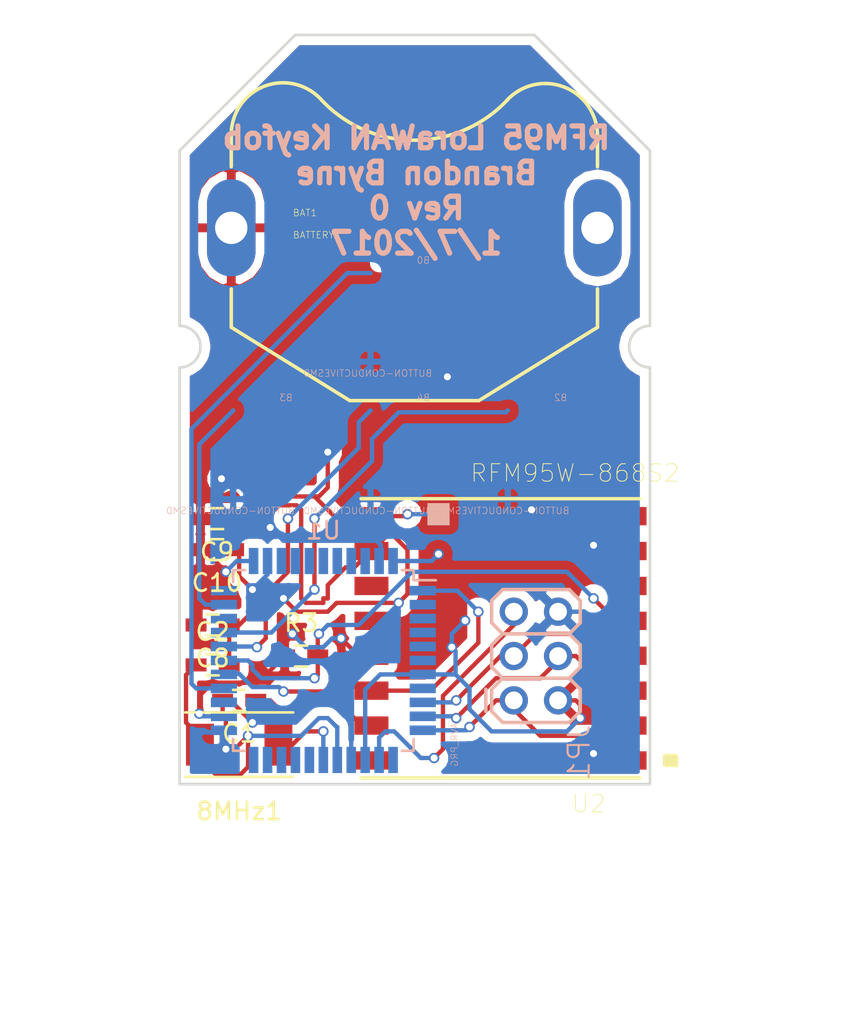
<source format=kicad_pcb>
(kicad_pcb (version 4) (host pcbnew 4.0.2-stable)

  (general
    (links 48)
    (no_connects 0)
    (area 71.184699 41.809599 98.309501 84.885601)
    (thickness 1.6)
    (drawings 11)
    (tracks 297)
    (zones 0)
    (modules 16)
    (nets 44)
  )

  (page A4)
  (layers
    (0 Top signal)
    (31 Bottom signal)
    (32 B.Adhes user)
    (33 F.Adhes user)
    (34 B.Paste user)
    (35 F.Paste user)
    (36 B.SilkS user)
    (37 F.SilkS user)
    (38 B.Mask user)
    (39 F.Mask user)
    (40 Dwgs.User user)
    (41 Cmts.User user)
    (42 Eco1.User user)
    (43 Eco2.User user)
    (44 Edge.Cuts user)
    (45 Margin user)
    (46 B.CrtYd user)
    (47 F.CrtYd user)
    (48 B.Fab user)
    (49 F.Fab user)
  )

  (setup
    (last_trace_width 0.25)
    (trace_clearance 0.2)
    (zone_clearance 0.508)
    (zone_45_only no)
    (trace_min 0.1778)
    (segment_width 0.2)
    (edge_width 0.15)
    (via_size 0.6)
    (via_drill 0.4)
    (via_min_size 0.4)
    (via_min_drill 0.3)
    (uvia_size 0.3)
    (uvia_drill 0.1)
    (uvias_allowed no)
    (uvia_min_size 0.2)
    (uvia_min_drill 0.1)
    (pcb_text_width 0.3)
    (pcb_text_size 1.5 1.5)
    (mod_edge_width 0.15)
    (mod_text_size 1 1)
    (mod_text_width 0.15)
    (pad_size 1.524 1.524)
    (pad_drill 0.762)
    (pad_to_mask_clearance 0.2)
    (aux_axis_origin 0 0)
    (visible_elements 7FFFFFFF)
    (pcbplotparams
      (layerselection 0x00030_80000001)
      (usegerberextensions false)
      (excludeedgelayer true)
      (linewidth 0.100000)
      (plotframeref false)
      (viasonmask false)
      (mode 1)
      (useauxorigin false)
      (hpglpennumber 1)
      (hpglpenspeed 20)
      (hpglpendiameter 15)
      (hpglpenoverlay 2)
      (psnegative false)
      (psa4output false)
      (plotreference true)
      (plotvalue true)
      (plotinvisibletext false)
      (padsonsilk false)
      (subtractmaskfromsilk false)
      (outputformat 1)
      (mirror false)
      (drillshape 1)
      (scaleselection 1)
      (outputdirectory ""))
  )

  (net 0 "")
  (net 1 GND)
  (net 2 VCC)
  (net 3 "Net-(8MHz1-Pad1)")
  (net 4 "Net-(8MHz1-Pad2)")
  (net 5 "Net-(ANT1-Pad1)")
  (net 6 /B0)
  (net 7 /B2)
  (net 8 /B3)
  (net 9 /B4)
  (net 10 /MISO)
  (net 11 /SCK)
  (net 12 /MOSI)
  (net 13 /RST)
  (net 14 /CS)
  (net 15 "Net-(U1-Pad12)")
  (net 16 "Net-(U1-Pad8)")
  (net 17 "Net-(U1-Pad6)")
  (net 18 "Net-(U1-Pad5)")
  (net 19 "Net-(U1-Pad4)")
  (net 20 "Net-(U1-Pad3)")
  (net 21 "Net-(U1-Pad2)")
  (net 22 /IRQ)
  (net 23 "Net-(U1-Pad18)")
  (net 24 "Net-(U1-Pad19)")
  (net 25 "Net-(U1-Pad20)")
  (net 26 "Net-(U2-Pad16)")
  (net 27 /D6)
  (net 28 "Net-(U2-Pad12)")
  (net 29 "Net-(U2-Pad11)")
  (net 30 "Net-(U2-Pad7)")
  (net 31 "Net-(U2-Pad6)")
  (net 32 "Net-(U1-Pad21)")
  (net 33 "Net-(U1-Pad22)")
  (net 34 "Net-(U1-Pad25)")
  (net 35 "Net-(U1-Pad33)")
  (net 36 "Net-(U1-Pad36)")
  (net 37 "Net-(U1-Pad37)")
  (net 38 "Net-(U1-Pad38)")
  (net 39 "Net-(U1-Pad39)")
  (net 40 "Net-(U1-Pad40)")
  (net 41 "Net-(U1-Pad41)")
  (net 42 "Net-(U1-Pad42)")
  (net 43 "Net-(U1-Pad31)")

  (net_class Default "This is the default net class."
    (clearance 0.2)
    (trace_width 0.25)
    (via_dia 0.6)
    (via_drill 0.4)
    (uvia_dia 0.3)
    (uvia_drill 0.1)
    (add_net /B0)
    (add_net /B2)
    (add_net /B3)
    (add_net /B4)
    (add_net /CS)
    (add_net /D6)
    (add_net /IRQ)
    (add_net /MISO)
    (add_net /MOSI)
    (add_net /RST)
    (add_net /SCK)
    (add_net GND)
    (add_net "Net-(8MHz1-Pad1)")
    (add_net "Net-(8MHz1-Pad2)")
    (add_net "Net-(ANT1-Pad1)")
    (add_net "Net-(U1-Pad12)")
    (add_net "Net-(U1-Pad18)")
    (add_net "Net-(U1-Pad19)")
    (add_net "Net-(U1-Pad2)")
    (add_net "Net-(U1-Pad20)")
    (add_net "Net-(U1-Pad21)")
    (add_net "Net-(U1-Pad22)")
    (add_net "Net-(U1-Pad25)")
    (add_net "Net-(U1-Pad3)")
    (add_net "Net-(U1-Pad31)")
    (add_net "Net-(U1-Pad33)")
    (add_net "Net-(U1-Pad36)")
    (add_net "Net-(U1-Pad37)")
    (add_net "Net-(U1-Pad38)")
    (add_net "Net-(U1-Pad39)")
    (add_net "Net-(U1-Pad4)")
    (add_net "Net-(U1-Pad40)")
    (add_net "Net-(U1-Pad41)")
    (add_net "Net-(U1-Pad42)")
    (add_net "Net-(U1-Pad5)")
    (add_net "Net-(U1-Pad6)")
    (add_net "Net-(U1-Pad8)")
    (add_net "Net-(U2-Pad11)")
    (add_net "Net-(U2-Pad12)")
    (add_net "Net-(U2-Pad16)")
    (add_net "Net-(U2-Pad6)")
    (add_net "Net-(U2-Pad7)")
    (add_net VCC)
  )

  (module BATTCOM_20MM_PTH (layer Top) (tedit 0) (tstamp 5871279E)
    (at 84.7217 52.9336)
    (path /587240A1)
    (fp_text reference BAT1 (at -6.985 -0.635) (layer F.SilkS)
      (effects (font (size 0.38608 0.38608) (thickness 0.032512)) (justify left bottom))
    )
    (fp_text value BATTERY (at -6.985 0.635) (layer F.SilkS)
      (effects (font (size 0.38608 0.38608) (thickness 0.032512)) (justify left bottom))
    )
    (fp_line (start -3.7 9.9) (end 3.7 9.9) (layer F.SilkS) (width 0.2032))
    (fp_line (start -3.7 9.9) (end -10.5 5.7) (layer F.SilkS) (width 0.2032))
    (fp_line (start 3.7 9.9) (end 10.5 5.7) (layer F.SilkS) (width 0.2032))
    (fp_arc (start 0.003399 -12.3362) (end -5.3 -7.3) (angle -94.031579) (layer F.SilkS) (width 0.2032))
    (fp_line (start 10.5 5.7) (end 10.5 3.5) (layer F.SilkS) (width 0.2032))
    (fp_line (start -10.5 5.7) (end -10.5 3.5) (layer F.SilkS) (width 0.2032))
    (fp_arc (start -7.532423 -5.344299) (end -10.5 -5.3) (angle 139.635474) (layer F.SilkS) (width 0.2032))
    (fp_arc (start 7.506115 -5.275899) (end 10.5 -5.3) (angle -137.002565) (layer F.SilkS) (width 0.2032))
    (fp_line (start -10.5 -5.3) (end -10.5 -3.5) (layer F.SilkS) (width 0.2032))
    (fp_line (start 10.5 -5.3) (end 10.5 -3.5) (layer F.SilkS) (width 0.2032))
    (fp_circle (center 0 0) (end 10 0) (layer Dwgs.User) (width 0.2032))
    (pad 1 thru_hole oval (at -10.5 0 90) (size 5.5626 2.7813) (drill 1.8542) (layers *.Cu *.Mask)
      (net 2 VCC))
    (pad 3 thru_hole oval (at 10.5 0 90) (size 5.5626 2.7813) (drill 1.8542) (layers *.Cu *.Mask))
    (pad 2 smd rect (at 0 0) (size 4.064 4.064) (layers Top F.Paste F.Mask)
      (net 1 GND))
  )

  (module 2X3 (layer Bottom) (tedit 0) (tstamp 587127AF)
    (at 90.424 80.01 90)
    (path /58712B72)
    (fp_text reference JP1 (at -1.27 4.445 90) (layer B.SilkS)
      (effects (font (size 1.2065 1.2065) (thickness 0.12065)) (justify left bottom mirror))
    )
    (fp_text value AVR_PRG (at -1.27 -3.175 90) (layer B.SilkS)
      (effects (font (size 0.38608 0.38608) (thickness 0.030886)) (justify left bottom mirror))
    )
    (fp_line (start -1.27 -0.635) (end -0.635 -1.27) (layer B.SilkS) (width 0.2032))
    (fp_line (start 0.635 -1.27) (end 1.27 -0.635) (layer B.SilkS) (width 0.2032))
    (fp_line (start 1.27 -0.635) (end 1.905 -1.27) (layer B.SilkS) (width 0.2032))
    (fp_line (start 3.175 -1.27) (end 3.81 -0.635) (layer B.SilkS) (width 0.2032))
    (fp_line (start 3.81 -0.635) (end 4.445 -1.27) (layer B.SilkS) (width 0.2032))
    (fp_line (start 5.715 -1.27) (end 6.35 -0.635) (layer B.SilkS) (width 0.2032))
    (fp_line (start -1.27 -0.635) (end -1.27 3.175) (layer B.SilkS) (width 0.2032))
    (fp_line (start -1.27 3.175) (end -0.635 3.81) (layer B.SilkS) (width 0.2032))
    (fp_line (start -0.635 3.81) (end 0.635 3.81) (layer B.SilkS) (width 0.2032))
    (fp_line (start 0.635 3.81) (end 1.27 3.175) (layer B.SilkS) (width 0.2032))
    (fp_line (start 1.27 3.175) (end 1.905 3.81) (layer B.SilkS) (width 0.2032))
    (fp_line (start 1.905 3.81) (end 3.175 3.81) (layer B.SilkS) (width 0.2032))
    (fp_line (start 3.175 3.81) (end 3.81 3.175) (layer B.SilkS) (width 0.2032))
    (fp_line (start 3.81 3.175) (end 4.445 3.81) (layer B.SilkS) (width 0.2032))
    (fp_line (start 4.445 3.81) (end 5.715 3.81) (layer B.SilkS) (width 0.2032))
    (fp_line (start 5.715 3.81) (end 6.35 3.175) (layer B.SilkS) (width 0.2032))
    (fp_line (start 1.27 3.175) (end 1.27 -0.635) (layer B.SilkS) (width 0.2032))
    (fp_line (start 3.81 3.175) (end 3.81 -0.635) (layer B.SilkS) (width 0.2032))
    (fp_line (start 6.35 3.175) (end 6.35 -0.635) (layer B.SilkS) (width 0.2032))
    (fp_line (start 4.445 -1.27) (end 5.715 -1.27) (layer B.SilkS) (width 0.2032))
    (fp_line (start 1.905 -1.27) (end 3.175 -1.27) (layer B.SilkS) (width 0.2032))
    (fp_line (start -0.635 -1.27) (end 0.635 -1.27) (layer B.SilkS) (width 0.2032))
    (fp_line (start 0.635 -1.605) (end -0.635 -1.605) (layer B.SilkS) (width 0.2032))
    (fp_poly (pts (xy -0.254 -0.254) (xy 0.254 -0.254) (xy 0.254 0.254) (xy -0.254 0.254)) (layer Dwgs.User) (width 0))
    (fp_poly (pts (xy -0.254 2.286) (xy 0.254 2.286) (xy 0.254 2.794) (xy -0.254 2.794)) (layer Dwgs.User) (width 0))
    (fp_poly (pts (xy 2.286 2.286) (xy 2.794 2.286) (xy 2.794 2.794) (xy 2.286 2.794)) (layer Dwgs.User) (width 0))
    (fp_poly (pts (xy 2.286 -0.254) (xy 2.794 -0.254) (xy 2.794 0.254) (xy 2.286 0.254)) (layer Dwgs.User) (width 0))
    (fp_poly (pts (xy 4.826 2.286) (xy 5.334 2.286) (xy 5.334 2.794) (xy 4.826 2.794)) (layer Dwgs.User) (width 0))
    (fp_poly (pts (xy 4.826 -0.254) (xy 5.334 -0.254) (xy 5.334 0.254) (xy 4.826 0.254)) (layer Dwgs.User) (width 0))
    (pad 1 thru_hole circle (at 0 0 90) (size 1.6256 1.6256) (drill 1.016) (layers *.Cu *.Mask)
      (net 10 /MISO))
    (pad 2 thru_hole circle (at 0 2.54 90) (size 1.6256 1.6256) (drill 1.016) (layers *.Cu *.Mask)
      (net 2 VCC))
    (pad 3 thru_hole circle (at 2.54 0 90) (size 1.6256 1.6256) (drill 1.016) (layers *.Cu *.Mask)
      (net 11 /SCK))
    (pad 4 thru_hole circle (at 2.54 2.54 90) (size 1.6256 1.6256) (drill 1.016) (layers *.Cu *.Mask)
      (net 12 /MOSI))
    (pad 5 thru_hole circle (at 5.08 0 90) (size 1.6256 1.6256) (drill 1.016) (layers *.Cu *.Mask)
      (net 13 /RST))
    (pad 6 thru_hole circle (at 5.08 2.54 90) (size 1.6256 1.6256) (drill 1.016) (layers *.Cu *.Mask)
      (net 1 GND))
  )

  (module BUTTON-CONDUCTIVE (layer Bottom) (tedit 0) (tstamp 58712811)
    (at 84.7471 58.0644 180)
    (path /58711722)
    (fp_text reference B0 (at -0.889 3.048 180) (layer B.SilkS)
      (effects (font (size 0.38608 0.38608) (thickness 0.032512)) (justify left bottom mirror))
    )
    (fp_text value BUTTON-CONDUCTIVESMD (at -1.016 -3.429 180) (layer B.SilkS)
      (effects (font (size 0.38608 0.38608) (thickness 0.032512)) (justify left bottom mirror))
    )
    (fp_circle (center 0 0) (end 2.032 0) (layer Dwgs.User) (width 0.127))
    (fp_circle (center 0 0) (end 1 0) (layer B.Mask) (width 2))
    (pad 1 smd rect (at 2.54 2.54 180) (size 0.2032 0.2032) (layers Bottom B.Paste B.Mask)
      (net 6 /B0))
    (pad 2 smd rect (at 2.54 -2.54 180) (size 0.2032 0.2032) (layers Bottom B.Paste B.Mask)
      (net 1 GND))
  )

  (module BUTTON-CONDUCTIVE (layer Bottom) (tedit 0) (tstamp 5871281F)
    (at 76.8731 65.9384 180)
    (path /5871197A)
    (fp_text reference B3 (at -0.889 3.048 180) (layer B.SilkS)
      (effects (font (size 0.38608 0.38608) (thickness 0.032512)) (justify left bottom mirror))
    )
    (fp_text value BUTTON-CONDUCTIVESMD (at -1.016 -3.429 180) (layer B.SilkS)
      (effects (font (size 0.38608 0.38608) (thickness 0.032512)) (justify left bottom mirror))
    )
    (fp_circle (center 0 0) (end 2.032 0) (layer Dwgs.User) (width 0.127))
    (fp_circle (center 0 0) (end 1 0) (layer B.Mask) (width 2))
    (pad 1 smd rect (at 2.54 2.54 180) (size 0.2032 0.2032) (layers Bottom B.Paste B.Mask)
      (net 8 /B3))
    (pad 2 smd rect (at 2.54 -2.54 180) (size 0.2032 0.2032) (layers Bottom B.Paste B.Mask)
      (net 1 GND))
  )

  (module BUTTON-CONDUCTIVE (layer Bottom) (tedit 0) (tstamp 58712826)
    (at 92.6211 65.9384 180)
    (path /587118B2)
    (fp_text reference B2 (at -0.889 3.048 180) (layer B.SilkS)
      (effects (font (size 0.38608 0.38608) (thickness 0.032512)) (justify left bottom mirror))
    )
    (fp_text value BUTTON-CONDUCTIVESMD (at -1.016 -3.429 180) (layer B.SilkS)
      (effects (font (size 0.38608 0.38608) (thickness 0.032512)) (justify left bottom mirror))
    )
    (fp_circle (center 0 0) (end 2.032 0) (layer Dwgs.User) (width 0.127))
    (fp_circle (center 0 0) (end 1 0) (layer B.Mask) (width 2))
    (pad 1 smd rect (at 2.54 2.54 180) (size 0.2032 0.2032) (layers Bottom B.Paste B.Mask)
      (net 7 /B2))
    (pad 2 smd rect (at 2.54 -2.54 180) (size 0.2032 0.2032) (layers Bottom B.Paste B.Mask)
      (net 1 GND))
  )

  (module BUTTON-CONDUCTIVE (layer Bottom) (tedit 0) (tstamp 5871282D)
    (at 84.7471 65.9384 180)
    (path /58711A42)
    (fp_text reference B4 (at -0.889 3.048 180) (layer B.SilkS)
      (effects (font (size 0.38608 0.38608) (thickness 0.032512)) (justify left bottom mirror))
    )
    (fp_text value BUTTON-CONDUCTIVESMD (at -1.016 -3.429 180) (layer B.SilkS)
      (effects (font (size 0.38608 0.38608) (thickness 0.032512)) (justify left bottom mirror))
    )
    (fp_circle (center 0 0) (end 2.032 0) (layer Dwgs.User) (width 0.127))
    (fp_circle (center 0 0) (end 1 0) (layer B.Mask) (width 2))
    (pad 1 smd rect (at 2.54 2.54 180) (size 0.2032 0.2032) (layers Bottom B.Paste B.Mask)
      (net 9 /B4))
    (pad 2 smd rect (at 2.54 -2.54 180) (size 0.2032 0.2032) (layers Bottom B.Paste B.Mask)
      (net 1 GND))
  )

  (module Crystals:Crystal_SMD_0603_2Pads_obsolete (layer Top) (tedit 0) (tstamp 58712A1D)
    (at 74.676 82.55 180)
    (descr "Crystal, Quarz, SMD, 0603, 2 Pads, Obsolete!, NOT for new designs!,")
    (tags "Crystal Quarz SMD 0603 2 Pads")
    (path /5871BE37)
    (attr smd)
    (fp_text reference 8MHz1 (at 0 -3.81 180) (layer F.SilkS)
      (effects (font (size 1 1) (thickness 0.15)))
    )
    (fp_text value CRYSTAL_2 (at 0 3.81 180) (layer F.Fab)
      (effects (font (size 1 1) (thickness 0.15)))
    )
    (fp_circle (center 0 0) (end 0.0508 0) (layer F.Adhes) (width 0.381))
    (fp_circle (center 0 0) (end 0.55118 0) (layer F.Adhes) (width 0.381))
    (fp_circle (center 0 0) (end 0.20066 0) (layer F.Adhes) (width 0.381))
    (fp_line (start 3.0988 1.84912) (end -3.0988 1.84912) (layer F.SilkS) (width 0.15))
    (fp_line (start -3.0988 -1.84912) (end 3.0988 -1.84912) (layer F.SilkS) (width 0.15))
    (pad 1 smd rect (at -2.25044 0 180) (size 1.6002 2.4003) (layers Top F.Paste F.Mask)
      (net 3 "Net-(8MHz1-Pad1)"))
    (pad 2 smd rect (at 2.25044 0 180) (size 1.6002 2.4003) (layers Top F.Paste F.Mask)
      (net 4 "Net-(8MHz1-Pad2)"))
  )

  (module open-project:1PIN_S_SMD (layer Bottom) (tedit 514E2455) (tstamp 58712A22)
    (at 86.106 69.342)
    (descr "1 pin SMD")
    (tags DEV)
    (path /58721255)
    (fp_text reference ANT1 (at -0.01 1.52) (layer B.SilkS) hide
      (effects (font (size 0.762 0.762) (thickness 0.127)) (justify mirror))
    )
    (fp_text value ANT (at -0.01 -1.73) (layer B.SilkS) hide
      (effects (font (size 0.762 0.762) (thickness 0.127)) (justify mirror))
    )
    (pad 1 smd rect (at 0 0) (size 1.27 1.27) (layers Bottom B.Paste B.SilkS B.Mask)
      (net 5 "Net-(ANT1-Pad1)"))
  )

  (module Capacitors_SMD:C_0603_HandSoldering (layer Top) (tedit 541A9B4D) (tstamp 58712A28)
    (at 74.676 80.01 180)
    (descr "Capacitor SMD 0603, hand soldering")
    (tags "capacitor 0603")
    (path /5871C2AF)
    (attr smd)
    (fp_text reference C1 (at 0 -1.9 180) (layer F.SilkS)
      (effects (font (size 1 1) (thickness 0.15)))
    )
    (fp_text value CAP (at 0 1.9 180) (layer F.Fab)
      (effects (font (size 1 1) (thickness 0.15)))
    )
    (fp_line (start -0.8 0.4) (end -0.8 -0.4) (layer F.Fab) (width 0.15))
    (fp_line (start 0.8 0.4) (end -0.8 0.4) (layer F.Fab) (width 0.15))
    (fp_line (start 0.8 -0.4) (end 0.8 0.4) (layer F.Fab) (width 0.15))
    (fp_line (start -0.8 -0.4) (end 0.8 -0.4) (layer F.Fab) (width 0.15))
    (fp_line (start -1.85 -0.75) (end 1.85 -0.75) (layer F.CrtYd) (width 0.05))
    (fp_line (start -1.85 0.75) (end 1.85 0.75) (layer F.CrtYd) (width 0.05))
    (fp_line (start -1.85 -0.75) (end -1.85 0.75) (layer F.CrtYd) (width 0.05))
    (fp_line (start 1.85 -0.75) (end 1.85 0.75) (layer F.CrtYd) (width 0.05))
    (fp_line (start -0.35 -0.6) (end 0.35 -0.6) (layer F.SilkS) (width 0.15))
    (fp_line (start 0.35 0.6) (end -0.35 0.6) (layer F.SilkS) (width 0.15))
    (pad 1 smd rect (at -0.95 0 180) (size 1.2 0.75) (layers Top F.Paste F.Mask)
      (net 3 "Net-(8MHz1-Pad1)"))
    (pad 2 smd rect (at 0.95 0 180) (size 1.2 0.75) (layers Top F.Paste F.Mask)
      (net 1 GND))
    (model Capacitors_SMD.3dshapes/C_0603_HandSoldering.wrl
      (at (xyz 0 0 0))
      (scale (xyz 1 1 1))
      (rotate (xyz 0 0 0))
    )
  )

  (module Capacitors_SMD:C_0603_HandSoldering (layer Top) (tedit 541A9B4D) (tstamp 58712A2E)
    (at 73.152 77.978)
    (descr "Capacitor SMD 0603, hand soldering")
    (tags "capacitor 0603")
    (path /5871C326)
    (attr smd)
    (fp_text reference C2 (at 0 -1.9) (layer F.SilkS)
      (effects (font (size 1 1) (thickness 0.15)))
    )
    (fp_text value CAP (at 0 1.9) (layer F.Fab)
      (effects (font (size 1 1) (thickness 0.15)))
    )
    (fp_line (start -0.8 0.4) (end -0.8 -0.4) (layer F.Fab) (width 0.15))
    (fp_line (start 0.8 0.4) (end -0.8 0.4) (layer F.Fab) (width 0.15))
    (fp_line (start 0.8 -0.4) (end 0.8 0.4) (layer F.Fab) (width 0.15))
    (fp_line (start -0.8 -0.4) (end 0.8 -0.4) (layer F.Fab) (width 0.15))
    (fp_line (start -1.85 -0.75) (end 1.85 -0.75) (layer F.CrtYd) (width 0.05))
    (fp_line (start -1.85 0.75) (end 1.85 0.75) (layer F.CrtYd) (width 0.05))
    (fp_line (start -1.85 -0.75) (end -1.85 0.75) (layer F.CrtYd) (width 0.05))
    (fp_line (start 1.85 -0.75) (end 1.85 0.75) (layer F.CrtYd) (width 0.05))
    (fp_line (start -0.35 -0.6) (end 0.35 -0.6) (layer F.SilkS) (width 0.15))
    (fp_line (start 0.35 0.6) (end -0.35 0.6) (layer F.SilkS) (width 0.15))
    (pad 1 smd rect (at -0.95 0) (size 1.2 0.75) (layers Top F.Paste F.Mask)
      (net 4 "Net-(8MHz1-Pad2)"))
    (pad 2 smd rect (at 0.95 0) (size 1.2 0.75) (layers Top F.Paste F.Mask)
      (net 1 GND))
    (model Capacitors_SMD.3dshapes/C_0603_HandSoldering.wrl
      (at (xyz 0 0 0))
      (scale (xyz 1 1 1))
      (rotate (xyz 0 0 0))
    )
  )

  (module Capacitors_SMD:C_0603_HandSoldering (layer Top) (tedit 541A9B4D) (tstamp 58712A34)
    (at 73.152 75.692 180)
    (descr "Capacitor SMD 0603, hand soldering")
    (tags "capacitor 0603")
    (path /5871214A)
    (attr smd)
    (fp_text reference C8 (at 0 -1.9 180) (layer F.SilkS)
      (effects (font (size 1 1) (thickness 0.15)))
    )
    (fp_text value 10nF (at 0 1.9 180) (layer F.Fab)
      (effects (font (size 1 1) (thickness 0.15)))
    )
    (fp_line (start -0.8 0.4) (end -0.8 -0.4) (layer F.Fab) (width 0.15))
    (fp_line (start 0.8 0.4) (end -0.8 0.4) (layer F.Fab) (width 0.15))
    (fp_line (start 0.8 -0.4) (end 0.8 0.4) (layer F.Fab) (width 0.15))
    (fp_line (start -0.8 -0.4) (end 0.8 -0.4) (layer F.Fab) (width 0.15))
    (fp_line (start -1.85 -0.75) (end 1.85 -0.75) (layer F.CrtYd) (width 0.05))
    (fp_line (start -1.85 0.75) (end 1.85 0.75) (layer F.CrtYd) (width 0.05))
    (fp_line (start -1.85 -0.75) (end -1.85 0.75) (layer F.CrtYd) (width 0.05))
    (fp_line (start 1.85 -0.75) (end 1.85 0.75) (layer F.CrtYd) (width 0.05))
    (fp_line (start -0.35 -0.6) (end 0.35 -0.6) (layer F.SilkS) (width 0.15))
    (fp_line (start 0.35 0.6) (end -0.35 0.6) (layer F.SilkS) (width 0.15))
    (pad 1 smd rect (at -0.95 0 180) (size 1.2 0.75) (layers Top F.Paste F.Mask)
      (net 1 GND))
    (pad 2 smd rect (at 0.95 0 180) (size 1.2 0.75) (layers Top F.Paste F.Mask)
      (net 2 VCC))
    (model Capacitors_SMD.3dshapes/C_0603_HandSoldering.wrl
      (at (xyz 0 0 0))
      (scale (xyz 1 1 1))
      (rotate (xyz 0 0 0))
    )
  )

  (module Capacitors_SMD:C_0603_HandSoldering (layer Top) (tedit 541A9B4D) (tstamp 58712A3A)
    (at 73.406 69.596 180)
    (descr "Capacitor SMD 0603, hand soldering")
    (tags "capacitor 0603")
    (path /58712212)
    (attr smd)
    (fp_text reference C9 (at 0 -1.9 180) (layer F.SilkS)
      (effects (font (size 1 1) (thickness 0.15)))
    )
    (fp_text value 1nF (at 0 1.9 180) (layer F.Fab)
      (effects (font (size 1 1) (thickness 0.15)))
    )
    (fp_line (start -0.8 0.4) (end -0.8 -0.4) (layer F.Fab) (width 0.15))
    (fp_line (start 0.8 0.4) (end -0.8 0.4) (layer F.Fab) (width 0.15))
    (fp_line (start 0.8 -0.4) (end 0.8 0.4) (layer F.Fab) (width 0.15))
    (fp_line (start -0.8 -0.4) (end 0.8 -0.4) (layer F.Fab) (width 0.15))
    (fp_line (start -1.85 -0.75) (end 1.85 -0.75) (layer F.CrtYd) (width 0.05))
    (fp_line (start -1.85 0.75) (end 1.85 0.75) (layer F.CrtYd) (width 0.05))
    (fp_line (start -1.85 -0.75) (end -1.85 0.75) (layer F.CrtYd) (width 0.05))
    (fp_line (start 1.85 -0.75) (end 1.85 0.75) (layer F.CrtYd) (width 0.05))
    (fp_line (start -0.35 -0.6) (end 0.35 -0.6) (layer F.SilkS) (width 0.15))
    (fp_line (start 0.35 0.6) (end -0.35 0.6) (layer F.SilkS) (width 0.15))
    (pad 1 smd rect (at -0.95 0 180) (size 1.2 0.75) (layers Top F.Paste F.Mask)
      (net 1 GND))
    (pad 2 smd rect (at 0.95 0 180) (size 1.2 0.75) (layers Top F.Paste F.Mask)
      (net 2 VCC))
    (model Capacitors_SMD.3dshapes/C_0603_HandSoldering.wrl
      (at (xyz 0 0 0))
      (scale (xyz 1 1 1))
      (rotate (xyz 0 0 0))
    )
  )

  (module Capacitors_SMD:C_0603_HandSoldering (layer Top) (tedit 541A9B4D) (tstamp 58712A40)
    (at 73.406 71.374 180)
    (descr "Capacitor SMD 0603, hand soldering")
    (tags "capacitor 0603")
    (path /587122DA)
    (attr smd)
    (fp_text reference C10 (at 0 -1.9 180) (layer F.SilkS)
      (effects (font (size 1 1) (thickness 0.15)))
    )
    (fp_text value 0.1uF (at 0 1.9 180) (layer F.Fab)
      (effects (font (size 1 1) (thickness 0.15)))
    )
    (fp_line (start -0.8 0.4) (end -0.8 -0.4) (layer F.Fab) (width 0.15))
    (fp_line (start 0.8 0.4) (end -0.8 0.4) (layer F.Fab) (width 0.15))
    (fp_line (start 0.8 -0.4) (end 0.8 0.4) (layer F.Fab) (width 0.15))
    (fp_line (start -0.8 -0.4) (end 0.8 -0.4) (layer F.Fab) (width 0.15))
    (fp_line (start -1.85 -0.75) (end 1.85 -0.75) (layer F.CrtYd) (width 0.05))
    (fp_line (start -1.85 0.75) (end 1.85 0.75) (layer F.CrtYd) (width 0.05))
    (fp_line (start -1.85 -0.75) (end -1.85 0.75) (layer F.CrtYd) (width 0.05))
    (fp_line (start 1.85 -0.75) (end 1.85 0.75) (layer F.CrtYd) (width 0.05))
    (fp_line (start -0.35 -0.6) (end 0.35 -0.6) (layer F.SilkS) (width 0.15))
    (fp_line (start 0.35 0.6) (end -0.35 0.6) (layer F.SilkS) (width 0.15))
    (pad 1 smd rect (at -0.95 0 180) (size 1.2 0.75) (layers Top F.Paste F.Mask)
      (net 1 GND))
    (pad 2 smd rect (at 0.95 0 180) (size 1.2 0.75) (layers Top F.Paste F.Mask)
      (net 2 VCC))
    (model Capacitors_SMD.3dshapes/C_0603_HandSoldering.wrl
      (at (xyz 0 0 0))
      (scale (xyz 1 1 1))
      (rotate (xyz 0 0 0))
    )
  )

  (module Capacitors_SMD:C_0603_HandSoldering (layer Top) (tedit 541A9B4D) (tstamp 58712A46)
    (at 78.232 77.47)
    (descr "Capacitor SMD 0603, hand soldering")
    (tags "capacitor 0603")
    (path /5871340A)
    (attr smd)
    (fp_text reference R3 (at 0 -1.9) (layer F.SilkS)
      (effects (font (size 1 1) (thickness 0.15)))
    )
    (fp_text value 100K (at 0 1.9) (layer F.Fab)
      (effects (font (size 1 1) (thickness 0.15)))
    )
    (fp_line (start -0.8 0.4) (end -0.8 -0.4) (layer F.Fab) (width 0.15))
    (fp_line (start 0.8 0.4) (end -0.8 0.4) (layer F.Fab) (width 0.15))
    (fp_line (start 0.8 -0.4) (end 0.8 0.4) (layer F.Fab) (width 0.15))
    (fp_line (start -0.8 -0.4) (end 0.8 -0.4) (layer F.Fab) (width 0.15))
    (fp_line (start -1.85 -0.75) (end 1.85 -0.75) (layer F.CrtYd) (width 0.05))
    (fp_line (start -1.85 0.75) (end 1.85 0.75) (layer F.CrtYd) (width 0.05))
    (fp_line (start -1.85 -0.75) (end -1.85 0.75) (layer F.CrtYd) (width 0.05))
    (fp_line (start 1.85 -0.75) (end 1.85 0.75) (layer F.CrtYd) (width 0.05))
    (fp_line (start -0.35 -0.6) (end 0.35 -0.6) (layer F.SilkS) (width 0.15))
    (fp_line (start 0.35 0.6) (end -0.35 0.6) (layer F.SilkS) (width 0.15))
    (pad 1 smd rect (at -0.95 0) (size 1.2 0.75) (layers Top F.Paste F.Mask)
      (net 2 VCC))
    (pad 2 smd rect (at 0.95 0) (size 1.2 0.75) (layers Top F.Paste F.Mask)
      (net 14 /CS))
    (model Capacitors_SMD.3dshapes/C_0603_HandSoldering.wrl
      (at (xyz 0 0 0))
      (scale (xyz 1 1 1))
      (rotate (xyz 0 0 0))
    )
  )

  (module Housings_QFP:TQFP-44_10x10mm_Pitch0.8mm (layer Bottom) (tedit 54130A77) (tstamp 58712A76)
    (at 79.502 77.724 180)
    (descr "44-Lead Plastic Thin Quad Flatpack (PT) - 10x10x1.0 mm Body [TQFP] (see Microchip Packaging Specification 00000049BS.pdf)")
    (tags "QFP 0.8")
    (path /58719115)
    (attr smd)
    (fp_text reference U1 (at 0 7.45 180) (layer B.SilkS)
      (effects (font (size 1 1) (thickness 0.15)) (justify mirror))
    )
    (fp_text value ATmega32U4 (at 0 -7.45 180) (layer B.Fab)
      (effects (font (size 1 1) (thickness 0.15)) (justify mirror))
    )
    (fp_text user %R (at 0 0 180) (layer B.Fab)
      (effects (font (size 1 1) (thickness 0.15)) (justify mirror))
    )
    (fp_line (start -4 5) (end 5 5) (layer B.Fab) (width 0.15))
    (fp_line (start 5 5) (end 5 -5) (layer B.Fab) (width 0.15))
    (fp_line (start 5 -5) (end -5 -5) (layer B.Fab) (width 0.15))
    (fp_line (start -5 -5) (end -5 4) (layer B.Fab) (width 0.15))
    (fp_line (start -5 4) (end -4 5) (layer B.Fab) (width 0.15))
    (fp_line (start -6.7 6.7) (end -6.7 -6.7) (layer B.CrtYd) (width 0.05))
    (fp_line (start 6.7 6.7) (end 6.7 -6.7) (layer B.CrtYd) (width 0.05))
    (fp_line (start -6.7 6.7) (end 6.7 6.7) (layer B.CrtYd) (width 0.05))
    (fp_line (start -6.7 -6.7) (end 6.7 -6.7) (layer B.CrtYd) (width 0.05))
    (fp_line (start -5.175 5.175) (end -5.175 4.6) (layer B.SilkS) (width 0.15))
    (fp_line (start 5.175 5.175) (end 5.175 4.5) (layer B.SilkS) (width 0.15))
    (fp_line (start 5.175 -5.175) (end 5.175 -4.5) (layer B.SilkS) (width 0.15))
    (fp_line (start -5.175 -5.175) (end -5.175 -4.5) (layer B.SilkS) (width 0.15))
    (fp_line (start -5.175 5.175) (end -4.5 5.175) (layer B.SilkS) (width 0.15))
    (fp_line (start -5.175 -5.175) (end -4.5 -5.175) (layer B.SilkS) (width 0.15))
    (fp_line (start 5.175 -5.175) (end 4.5 -5.175) (layer B.SilkS) (width 0.15))
    (fp_line (start 5.175 5.175) (end 4.5 5.175) (layer B.SilkS) (width 0.15))
    (fp_line (start -5.175 4.6) (end -6.45 4.6) (layer B.SilkS) (width 0.15))
    (pad 1 smd rect (at -5.7 4 180) (size 1.5 0.55) (layers Bottom B.Paste B.Mask)
      (net 22 /IRQ))
    (pad 2 smd rect (at -5.7 3.2 180) (size 1.5 0.55) (layers Bottom B.Paste B.Mask)
      (net 21 "Net-(U1-Pad2)"))
    (pad 3 smd rect (at -5.7 2.4 180) (size 1.5 0.55) (layers Bottom B.Paste B.Mask)
      (net 20 "Net-(U1-Pad3)"))
    (pad 4 smd rect (at -5.7 1.6 180) (size 1.5 0.55) (layers Bottom B.Paste B.Mask)
      (net 19 "Net-(U1-Pad4)"))
    (pad 5 smd rect (at -5.7 0.8 180) (size 1.5 0.55) (layers Bottom B.Paste B.Mask)
      (net 18 "Net-(U1-Pad5)"))
    (pad 6 smd rect (at -5.7 0 180) (size 1.5 0.55) (layers Bottom B.Paste B.Mask)
      (net 17 "Net-(U1-Pad6)"))
    (pad 7 smd rect (at -5.7 -0.8 180) (size 1.5 0.55) (layers Bottom B.Paste B.Mask)
      (net 2 VCC))
    (pad 8 smd rect (at -5.7 -1.6 180) (size 1.5 0.55) (layers Bottom B.Paste B.Mask)
      (net 16 "Net-(U1-Pad8)"))
    (pad 9 smd rect (at -5.7 -2.4 180) (size 1.5 0.55) (layers Bottom B.Paste B.Mask)
      (net 11 /SCK))
    (pad 10 smd rect (at -5.7 -3.2 180) (size 1.5 0.55) (layers Bottom B.Paste B.Mask)
      (net 12 /MOSI))
    (pad 11 smd rect (at -5.7 -4 180) (size 1.5 0.55) (layers Bottom B.Paste B.Mask)
      (net 10 /MISO))
    (pad 12 smd rect (at -4 -5.7 90) (size 1.5 0.55) (layers Bottom B.Paste B.Mask)
      (net 15 "Net-(U1-Pad12)"))
    (pad 13 smd rect (at -3.2 -5.7 90) (size 1.5 0.55) (layers Bottom B.Paste B.Mask)
      (net 13 /RST))
    (pad 14 smd rect (at -2.4 -5.7 90) (size 1.5 0.55) (layers Bottom B.Paste B.Mask)
      (net 2 VCC))
    (pad 15 smd rect (at -1.6 -5.7 90) (size 1.5 0.55) (layers Bottom B.Paste B.Mask)
      (net 1 GND))
    (pad 16 smd rect (at -0.8 -5.7 90) (size 1.5 0.55) (layers Bottom B.Paste B.Mask)
      (net 4 "Net-(8MHz1-Pad2)"))
    (pad 17 smd rect (at 0 -5.7 90) (size 1.5 0.55) (layers Bottom B.Paste B.Mask)
      (net 3 "Net-(8MHz1-Pad1)"))
    (pad 18 smd rect (at 0.8 -5.7 90) (size 1.5 0.55) (layers Bottom B.Paste B.Mask)
      (net 23 "Net-(U1-Pad18)"))
    (pad 19 smd rect (at 1.6 -5.7 90) (size 1.5 0.55) (layers Bottom B.Paste B.Mask)
      (net 24 "Net-(U1-Pad19)"))
    (pad 20 smd rect (at 2.4 -5.7 90) (size 1.5 0.55) (layers Bottom B.Paste B.Mask)
      (net 25 "Net-(U1-Pad20)"))
    (pad 21 smd rect (at 3.2 -5.7 90) (size 1.5 0.55) (layers Bottom B.Paste B.Mask)
      (net 32 "Net-(U1-Pad21)"))
    (pad 22 smd rect (at 4 -5.7 90) (size 1.5 0.55) (layers Bottom B.Paste B.Mask)
      (net 33 "Net-(U1-Pad22)"))
    (pad 23 smd rect (at 5.7 -4 180) (size 1.5 0.55) (layers Bottom B.Paste B.Mask)
      (net 1 GND))
    (pad 24 smd rect (at 5.7 -3.2 180) (size 1.5 0.55) (layers Bottom B.Paste B.Mask)
      (net 2 VCC))
    (pad 25 smd rect (at 5.7 -2.4 180) (size 1.5 0.55) (layers Bottom B.Paste B.Mask)
      (net 34 "Net-(U1-Pad25)"))
    (pad 26 smd rect (at 5.7 -1.6 180) (size 1.5 0.55) (layers Bottom B.Paste B.Mask)
      (net 6 /B0))
    (pad 27 smd rect (at 5.7 -0.8 180) (size 1.5 0.55) (layers Bottom B.Paste B.Mask)
      (net 27 /D6))
    (pad 28 smd rect (at 5.7 0 180) (size 1.5 0.55) (layers Bottom B.Paste B.Mask)
      (net 14 /CS))
    (pad 29 smd rect (at 5.7 0.8 180) (size 1.5 0.55) (layers Bottom B.Paste B.Mask)
      (net 9 /B4))
    (pad 30 smd rect (at 5.7 1.6 180) (size 1.5 0.55) (layers Bottom B.Paste B.Mask)
      (net 7 /B2))
    (pad 31 smd rect (at 5.7 2.4 180) (size 1.5 0.55) (layers Bottom B.Paste B.Mask)
      (net 43 "Net-(U1-Pad31)"))
    (pad 32 smd rect (at 5.7 3.2 180) (size 1.5 0.55) (layers Bottom B.Paste B.Mask)
      (net 8 /B3))
    (pad 33 smd rect (at 5.7 4 180) (size 1.5 0.55) (layers Bottom B.Paste B.Mask)
      (net 35 "Net-(U1-Pad33)"))
    (pad 34 smd rect (at 4 5.7 90) (size 1.5 0.55) (layers Bottom B.Paste B.Mask)
      (net 2 VCC))
    (pad 35 smd rect (at 3.2 5.7 90) (size 1.5 0.55) (layers Bottom B.Paste B.Mask)
      (net 1 GND))
    (pad 36 smd rect (at 2.4 5.7 90) (size 1.5 0.55) (layers Bottom B.Paste B.Mask)
      (net 36 "Net-(U1-Pad36)"))
    (pad 37 smd rect (at 1.6 5.7 90) (size 1.5 0.55) (layers Bottom B.Paste B.Mask)
      (net 37 "Net-(U1-Pad37)"))
    (pad 38 smd rect (at 0.8 5.7 90) (size 1.5 0.55) (layers Bottom B.Paste B.Mask)
      (net 38 "Net-(U1-Pad38)"))
    (pad 39 smd rect (at 0 5.7 90) (size 1.5 0.55) (layers Bottom B.Paste B.Mask)
      (net 39 "Net-(U1-Pad39)"))
    (pad 40 smd rect (at -0.8 5.7 90) (size 1.5 0.55) (layers Bottom B.Paste B.Mask)
      (net 40 "Net-(U1-Pad40)"))
    (pad 41 smd rect (at -1.6 5.7 90) (size 1.5 0.55) (layers Bottom B.Paste B.Mask)
      (net 41 "Net-(U1-Pad41)"))
    (pad 42 smd rect (at -2.4 5.7 90) (size 1.5 0.55) (layers Bottom B.Paste B.Mask)
      (net 42 "Net-(U1-Pad42)"))
    (pad 43 smd rect (at -3.2 5.7 90) (size 1.5 0.55) (layers Bottom B.Paste B.Mask)
      (net 1 GND))
    (pad 44 smd rect (at -4 5.7 90) (size 1.5 0.55) (layers Bottom B.Paste B.Mask)
      (net 2 VCC))
    (model Housings_QFP.3dshapes/TQFP-44_10x10mm_Pitch0.8mm.wrl
      (at (xyz 0 0 0))
      (scale (xyz 1 1 1))
      (rotate (xyz 0 0 0))
    )
  )

  (module RFM95W-868S2:XCVR_RFM95W-868S2 (layer Top) (tedit 0) (tstamp 58713012)
    (at 89.662 76.454 180)
    (path /587177B2)
    (solder_mask_margin 0.1)
    (attr smd)
    (fp_text reference U2 (at -5.06 -9.485 180) (layer F.SilkS)
      (effects (font (size 1 1) (thickness 0.05)))
    )
    (fp_text value RFM95W-868S2 (at -4.275 9.465 180) (layer F.SilkS)
      (effects (font (size 1 1) (thickness 0.05)))
    )
    (fp_line (start -8 -8) (end 8 -8) (layer F.SilkS) (width 0.2))
    (fp_line (start 8 -8) (end 8 8) (layer Dwgs.User) (width 0.2))
    (fp_line (start 8 8) (end -8 8) (layer F.SilkS) (width 0.2))
    (fp_line (start -8 8) (end -8 -8) (layer Dwgs.User) (width 0.2))
    (fp_line (start -8.65 -8.25) (end 8.65 -8.25) (layer Dwgs.User) (width 0.05))
    (fp_line (start 8.65 -8.25) (end 8.65 8.25) (layer Dwgs.User) (width 0.05))
    (fp_line (start 8.65 8.25) (end -8.65 8.25) (layer Dwgs.User) (width 0.05))
    (fp_line (start -8.65 8.25) (end -8.65 -8.25) (layer Dwgs.User) (width 0.05))
    (fp_circle (center -9.75 -7) (end -9.45845 -7) (layer F.SilkS) (width 0.2))
    (fp_poly (pts (xy -10 -7.2) (xy -9.5 -7.2) (xy -9.5 -6.8) (xy -10 -6.8)) (layer F.SilkS) (width 0.381))
    (pad 1 smd rect (at -7.4 -7 180) (size 1.95 1.05) (layers Top F.Paste F.Mask)
      (net 1 GND) (solder_mask_margin 0.2))
    (pad 2 smd rect (at -7.4 -5 180) (size 1.95 1.05) (layers Top F.Paste F.Mask)
      (net 10 /MISO) (solder_mask_margin 0.2))
    (pad 3 smd rect (at -7.4 -3 180) (size 1.95 1.05) (layers Top F.Paste F.Mask)
      (net 12 /MOSI) (solder_mask_margin 0.2))
    (pad 4 smd rect (at -7.4 -1 180) (size 1.95 1.05) (layers Top F.Paste F.Mask)
      (net 11 /SCK) (solder_mask_margin 0.2))
    (pad 5 smd rect (at -7.4 1 180) (size 1.95 1.05) (layers Top F.Paste F.Mask)
      (net 14 /CS) (solder_mask_margin 0.2))
    (pad 6 smd rect (at -7.4 3 180) (size 1.95 1.05) (layers Top F.Paste F.Mask)
      (net 31 "Net-(U2-Pad6)") (solder_mask_margin 0.2))
    (pad 7 smd rect (at -7.4 5 180) (size 1.95 1.05) (layers Top F.Paste F.Mask)
      (net 30 "Net-(U2-Pad7)") (solder_mask_margin 0.2))
    (pad 8 smd rect (at -7.4 7 180) (size 1.95 1.05) (layers Top F.Paste F.Mask)
      (net 1 GND) (solder_mask_margin 0.2))
    (pad 9 smd rect (at 7.4 7) (size 1.95 1.05) (layers Top F.Paste F.Mask)
      (net 5 "Net-(ANT1-Pad1)") (solder_mask_margin 0.2))
    (pad 10 smd rect (at 7.4 5) (size 1.95 1.05) (layers Top F.Paste F.Mask)
      (net 1 GND) (solder_mask_margin 0.2))
    (pad 11 smd rect (at 7.4 3) (size 1.95 1.05) (layers Top F.Paste F.Mask)
      (net 29 "Net-(U2-Pad11)") (solder_mask_margin 0.2))
    (pad 12 smd rect (at 7.4 1) (size 1.95 1.05) (layers Top F.Paste F.Mask)
      (net 28 "Net-(U2-Pad12)") (solder_mask_margin 0.2))
    (pad 13 smd rect (at 7.4 -1) (size 1.95 1.05) (layers Top F.Paste F.Mask)
      (net 2 VCC) (solder_mask_margin 0.2))
    (pad 14 smd rect (at 7.4 -3) (size 1.95 1.05) (layers Top F.Paste F.Mask)
      (net 22 /IRQ) (solder_mask_margin 0.2))
    (pad 15 smd rect (at 7.4 -5) (size 1.95 1.05) (layers Top F.Paste F.Mask)
      (net 27 /D6) (solder_mask_margin 0.2))
    (pad 16 smd rect (at 7.4 -7) (size 1.95 1.05) (layers Top F.Paste F.Mask)
      (net 26 "Net-(U2-Pad16)") (solder_mask_margin 0.2))
  )

  (gr_text "RFM95 LoraWAN Keyfob\nBrandon Byrne\nRev 0\n1/7/2017" (at 84.836 50.8) (layer B.SilkS)
    (effects (font (size 1.25 1.25) (thickness 0.3)) (justify mirror))
  )
  (gr_arc (start 71.2597 59.7408) (end 71.2597 58.547) (angle 180) (layer Edge.Cuts) (width 0.15) (tstamp 753EC10))
  (gr_arc (start 98.2345 59.7408) (end 98.2345 60.9346) (angle 180) (layer Edge.Cuts) (width 0.15) (tstamp 753EA10))
  (gr_line (start 77.8891 41.8846) (end 71.2597 48.514) (layer Edge.Cuts) (width 0.15) (tstamp 7541290))
  (gr_line (start 91.6051 41.8846) (end 98.2345 48.514) (layer Edge.Cuts) (width 0.15) (tstamp 7540790))
  (gr_line (start 77.8891 41.8846) (end 91.6051 41.8846) (layer Edge.Cuts) (width 0.15) (tstamp 7541790))
  (gr_line (start 98.2345 48.514) (end 98.2345 58.547) (layer Edge.Cuts) (width 0.15) (tstamp 7541C90))
  (gr_line (start 98.2345 60.9346) (end 98.2345 84.8106) (layer Edge.Cuts) (width 0.15) (tstamp 7542210))
  (gr_line (start 98.2345 84.8106) (end 71.2597 84.8106) (layer Edge.Cuts) (width 0.15) (tstamp 7542110))
  (gr_line (start 71.2597 48.514) (end 71.2597 58.547) (layer Edge.Cuts) (width 0.15) (tstamp 7542010))
  (gr_line (start 71.2597 84.8106) (end 71.2597 60.9346) (layer Edge.Cuts) (width 0.15) (tstamp 7543590))

  (segment (start 97.062 83.454) (end 95.392 83.454) (width 0.25) (layer Top) (net 1))
  (segment (start 94.996 83.058) (end 94.996 75.438) (width 0.25) (layer Bottom) (net 1) (tstamp 587142A0))
  (via (at 94.996 83.058) (size 0.6) (drill 0.4) (layers Top Bottom) (net 1))
  (segment (start 95.392 83.454) (end 94.996 83.058) (width 0.25) (layer Top) (net 1) (tstamp 5871429C))
  (segment (start 92.964 74.93) (end 94.488 74.93) (width 0.25) (layer Bottom) (net 1))
  (segment (start 94.488 74.93) (end 94.996 75.438) (width 0.25) (layer Bottom) (net 1) (tstamp 587142B4))
  (segment (start 94.996 71.12) (end 96.662 69.454) (width 0.25) (layer Top) (net 1) (tstamp 587142AD))
  (via (at 94.996 71.12) (size 0.6) (drill 0.4) (layers Top Bottom) (net 1))
  (segment (start 96.012 72.136) (end 94.996 71.12) (width 0.25) (layer Bottom) (net 1) (tstamp 587142A4))
  (segment (start 96.012 74.422) (end 96.012 72.136) (width 0.25) (layer Bottom) (net 1) (tstamp 587142A3))
  (segment (start 94.996 75.438) (end 96.012 74.422) (width 0.25) (layer Bottom) (net 1) (tstamp 587142A1))
  (segment (start 96.662 69.454) (end 97.062 69.454) (width 0.25) (layer Top) (net 1) (tstamp 587142AE))
  (segment (start 97.062 69.454) (end 91.806 69.454) (width 0.25) (layer Top) (net 1))
  (segment (start 90.8304 68.4784) (end 90.0811 68.4784) (width 0.25) (layer Bottom) (net 1) (tstamp 58714287))
  (segment (start 91.44 69.088) (end 90.8304 68.4784) (width 0.25) (layer Bottom) (net 1) (tstamp 58714286))
  (via (at 91.44 69.088) (size 0.6) (drill 0.4) (layers Top Bottom) (net 1))
  (segment (start 91.806 69.454) (end 91.44 69.088) (width 0.25) (layer Top) (net 1) (tstamp 58714281))
  (segment (start 82.804 72.136) (end 82.702 72.024) (width 0.25) (layer Bottom) (net 1) (tstamp 5871459C) (status 80000))
  (segment (start 82.804 71.12) (end 82.804 72.136) (width 0.25) (layer Bottom) (net 1) (status 80000))
  (segment (start 82.55 70.866) (end 82.804 71.12) (width 0.25) (layer Bottom) (net 1) (status 80000))
  (segment (start 77.216 70.866) (end 82.55 70.866) (width 0.25) (layer Bottom) (net 1) (status 80000))
  (segment (start 76.454 70.104) (end 77.216 70.866) (width 0.25) (layer Bottom) (net 1) (status 80000))
  (via (at 76.454 70.104) (size 0.6) (layers Top Bottom) (net 1) (status 80000))
  (segment (start 76.454 69.342) (end 76.454 70.104) (width 0.25) (layer Top) (net 1) (status 80000))
  (segment (start 76.962 68.834) (end 76.454 69.342) (width 0.25) (layer Top) (net 1) (status 80000))
  (segment (start 77.978 68.834) (end 76.962 68.834) (width 0.25) (layer Top) (net 1) (status 80000))
  (segment (start 78.232 69.088) (end 77.978 68.834) (width 0.25) (layer Top) (net 1) (status 80000))
  (segment (start 78.232 74.168) (end 78.232 69.088) (width 0.25) (layer Top) (net 1) (status 80000))
  (segment (start 78.486 74.422) (end 78.232 74.168) (width 0.25) (layer Top) (net 1) (status 80000))
  (segment (start 79.502 74.422) (end 78.486 74.422) (width 0.25) (layer Top) (net 1) (status 80000))
  (segment (start 79.502 74.168) (end 79.502 74.422) (width 0.25) (layer Top) (net 1) (status 80000))
  (segment (start 79.756 74.168) (end 79.502 74.168) (width 0.25) (layer Top) (net 1) (status 80000))
  (segment (start 79.756 73.406) (end 79.756 74.168) (width 0.25) (layer Top) (net 1) (status 80000))
  (segment (start 80.772 72.39) (end 79.756 73.406) (width 0.25) (layer Top) (net 1) (status 80000))
  (segment (start 81.28 72.39) (end 80.772 72.39) (width 0.25) (layer Top) (net 1) (status 80000))
  (segment (start 82.296 71.374) (end 81.28 72.39) (width 0.25) (layer Top) (net 1) (status 80000))
  (segment (start 82.262 71.454) (end 82.296 71.374) (width 0.25) (layer Top) (net 1) (status 80000))
  (segment (start 84.7217 52.9336) (end 84.9376 52.9336) (width 0.25) (layer Top) (net 1))
  (segment (start 84.9376 52.9336) (end 88.138 56.134) (width 0.25) (layer Top) (net 1) (tstamp 58714314))
  (segment (start 88.138 56.134) (end 88.138 59.944) (width 0.25) (layer Top) (net 1) (tstamp 58714316))
  (segment (start 88.138 59.944) (end 86.614 61.468) (width 0.25) (layer Top) (net 1) (tstamp 58714318))
  (via (at 86.614 61.468) (size 0.6) (drill 0.4) (layers Top Bottom) (net 1))
  (segment (start 86.614 61.468) (end 82.55 61.468) (width 0.25) (layer Bottom) (net 1) (tstamp 5871431C))
  (segment (start 82.55 61.468) (end 82.2071 61.1251) (width 0.25) (layer Bottom) (net 1) (tstamp 5871431D))
  (segment (start 82.2071 61.1251) (end 82.2071 60.6044) (width 0.25) (layer Bottom) (net 1) (tstamp 5871431E))
  (segment (start 82.2071 60.6044) (end 82.2071 60.7949) (width 0.25) (layer Bottom) (net 1))
  (segment (start 79.248 68.326) (end 78.994 68.326) (width 0.25) (layer Top) (net 1) (tstamp 587142F9))
  (segment (start 79.756 67.818) (end 79.248 68.326) (width 0.25) (layer Top) (net 1) (tstamp 587142F8))
  (segment (start 79.756 65.786) (end 79.756 67.818) (width 0.25) (layer Top) (net 1) (tstamp 587142F7))
  (via (at 79.756 65.786) (size 0.6) (drill 0.4) (layers Top Bottom) (net 1))
  (segment (start 79.756 63.246) (end 79.756 65.786) (width 0.25) (layer Bottom) (net 1) (tstamp 587142F2))
  (segment (start 82.2071 60.7949) (end 79.756 63.246) (width 0.25) (layer Bottom) (net 1) (tstamp 587142E2))
  (segment (start 75.626 68.326) (end 75.626 68.26) (width 0.25) (layer Top) (net 1))
  (segment (start 73.8124 68.4784) (end 74.3331 68.4784) (width 0.25) (layer Bottom) (net 1) (tstamp 587142DA))
  (segment (start 73.406 68.072) (end 73.8124 68.4784) (width 0.25) (layer Bottom) (net 1) (tstamp 587142D9))
  (segment (start 73.406 67.564) (end 73.406 68.072) (width 0.25) (layer Bottom) (net 1) (tstamp 587142D8))
  (segment (start 73.66 67.31) (end 73.406 67.564) (width 0.25) (layer Bottom) (net 1) (tstamp 587142D7))
  (via (at 73.66 67.31) (size 0.6) (drill 0.4) (layers Top Bottom) (net 1))
  (segment (start 74.676 67.31) (end 73.66 67.31) (width 0.25) (layer Top) (net 1) (tstamp 587142D4))
  (segment (start 75.626 68.26) (end 74.676 67.31) (width 0.25) (layer Top) (net 1) (tstamp 587142D2))
  (segment (start 82.262 71.454) (end 82.122 71.454) (width 0.25) (layer Top) (net 1))
  (segment (start 82.122 71.454) (end 78.994 68.326) (width 0.25) (layer Top) (net 1) (tstamp 587142C2))
  (segment (start 75.626 68.326) (end 74.356 69.596) (width 0.25) (layer Top) (net 1) (tstamp 587142CA))
  (segment (start 78.994 68.326) (end 75.626 68.326) (width 0.25) (layer Top) (net 1) (tstamp 587142C9))
  (segment (start 83.104 70.612) (end 82.262 71.454) (width 0.25) (layer Top) (net 1) (tstamp 587140FF))
  (segment (start 83.566 70.612) (end 83.104 70.612) (width 0.25) (layer Top) (net 1) (tstamp 587140FB))
  (segment (start 83.82 74.422) (end 80.264 74.422) (width 0.25) (layer Top) (net 1))
  (segment (start 76.708 73.66) (end 75.438 73.66) (width 0.25) (layer Bottom) (net 1) (tstamp 5871421A))
  (segment (start 77.216 74.168) (end 76.708 73.66) (width 0.25) (layer Bottom) (net 1) (tstamp 58714219))
  (via (at 77.216 74.168) (size 0.6) (drill 0.4) (layers Top Bottom) (net 1))
  (segment (start 77.978 74.93) (end 77.216 74.168) (width 0.25) (layer Top) (net 1) (tstamp 58714215))
  (segment (start 79.756 74.93) (end 77.978 74.93) (width 0.25) (layer Top) (net 1) (tstamp 58714210))
  (segment (start 80.264 74.422) (end 79.756 74.93) (width 0.25) (layer Top) (net 1) (tstamp 5871420F))
  (segment (start 75.438 73.66) (end 74.676 72.898) (width 0.25) (layer Top) (net 1))
  (segment (start 74.676 72.898) (end 74.676 71.694) (width 0.25) (layer Top) (net 1) (tstamp 587141EB))
  (segment (start 74.676 71.694) (end 74.356 71.374) (width 0.25) (layer Top) (net 1) (tstamp 587141EE))
  (segment (start 74.102 75.692) (end 74.676 75.692) (width 0.25) (layer Top) (net 1))
  (segment (start 74.676 75.692) (end 75.438 74.93) (width 0.25) (layer Top) (net 1) (tstamp 587141D0))
  (segment (start 75.438 74.93) (end 75.438 73.66) (width 0.25) (layer Top) (net 1) (tstamp 587141D5))
  (segment (start 76.302 72.796) (end 76.302 72.024) (width 0.25) (layer Bottom) (net 1) (tstamp 587141DD))
  (segment (start 75.438 73.66) (end 76.302 72.796) (width 0.25) (layer Bottom) (net 1) (tstamp 587141DC))
  (via (at 75.438 73.66) (size 0.6) (drill 0.4) (layers Top Bottom) (net 1))
  (segment (start 74.102 75.692) (end 74.102 77.978) (width 0.25) (layer Top) (net 1))
  (segment (start 84.328 71.374) (end 83.566 70.612) (width 0.25) (layer Top) (net 1) (tstamp 587140F4))
  (segment (start 84.328 73.914) (end 84.328 71.374) (width 0.25) (layer Top) (net 1) (tstamp 587140EC))
  (segment (start 83.82 74.422) (end 84.328 73.914) (width 0.25) (layer Top) (net 1) (tstamp 587140EB))
  (via (at 83.82 74.422) (size 0.6) (drill 0.4) (layers Top Bottom) (net 1))
  (segment (start 83.82 75.692) (end 83.82 74.422) (width 0.25) (layer Bottom) (net 1) (tstamp 587140DF))
  (segment (start 80.01 79.502) (end 83.82 75.692) (width 0.25) (layer Bottom) (net 1) (tstamp 587140D8))
  (segment (start 80.01 80.01) (end 80.01 79.502) (width 0.25) (layer Bottom) (net 1))
  (segment (start 81.102 81.102) (end 80.01 80.01) (width 0.25) (layer Bottom) (net 1) (tstamp 58713E60))
  (segment (start 81.102 83.424) (end 81.102 81.102) (width 0.25) (layer Bottom) (net 1))
  (segment (start 77.978 80.01) (end 76.708 81.28) (width 0.25) (layer Bottom) (net 1) (tstamp 58713E68))
  (segment (start 80.01 80.01) (end 77.978 80.01) (width 0.25) (layer Bottom) (net 1) (tstamp 58713E63))
  (segment (start 74.168 80.01) (end 73.726 80.01) (width 0.25) (layer Top) (net 1) (tstamp 58713F9F))
  (segment (start 75.438 81.28) (end 74.168 80.01) (width 0.25) (layer Top) (net 1) (tstamp 58713F9E))
  (via (at 75.438 81.28) (size 0.6) (drill 0.4) (layers Top Bottom) (net 1))
  (segment (start 76.708 81.28) (end 75.438 81.28) (width 0.25) (layer Bottom) (net 1))
  (segment (start 74.168 80.01) (end 73.726 80.01) (width 0.25) (layer Top) (net 1) (tstamp 58713E7E))
  (segment (start 73.726 80.01) (end 73.726 80.838) (width 0.25) (layer Top) (net 1))
  (segment (start 73.802 82.692) (end 73.802 81.724) (width 0.25) (layer Bottom) (net 1) (tstamp 58713DF3))
  (segment (start 73.914 82.804) (end 73.802 82.692) (width 0.25) (layer Bottom) (net 1) (tstamp 58713DF2))
  (via (at 73.914 82.804) (size 0.6) (drill 0.4) (layers Top Bottom) (net 1))
  (segment (start 73.914 81.026) (end 73.914 82.804) (width 0.25) (layer Top) (net 1) (tstamp 58713DED))
  (segment (start 73.726 80.838) (end 73.914 81.026) (width 0.25) (layer Top) (net 1) (tstamp 58713DE6))
  (segment (start 81.902 83.424) (end 81.902 79.388) (width 0.25) (layer Bottom) (net 2))
  (segment (start 82.766 78.524) (end 85.202 78.524) (width 0.25) (layer Bottom) (net 2) (tstamp 58714180))
  (segment (start 81.902 79.388) (end 82.766 78.524) (width 0.25) (layer Bottom) (net 2) (tstamp 58714175))
  (segment (start 86.868 76.962) (end 86.868 76.2) (width 0.25) (layer Bottom) (net 2))
  (segment (start 86.868 76.2) (end 87.63 75.438) (width 0.25) (layer Bottom) (net 2) (tstamp 58714155))
  (segment (start 82.262 77.454) (end 86.376 77.454) (width 0.25) (layer Top) (net 2))
  (segment (start 87.084 77.178) (end 87.084 78.524) (width 0.25) (layer Bottom) (net 2) (tstamp 5871413F))
  (segment (start 86.868 76.962) (end 87.084 77.178) (width 0.25) (layer Bottom) (net 2) (tstamp 5871413E))
  (via (at 86.868 76.962) (size 0.6) (drill 0.4) (layers Top Bottom) (net 2))
  (segment (start 86.376 77.454) (end 86.868 76.962) (width 0.25) (layer Top) (net 2) (tstamp 58714138))
  (segment (start 87.084 78.524) (end 87.884 79.324) (width 0.25) (layer Bottom) (net 2) (tstamp 58714019))
  (segment (start 87.884 79.324) (end 87.884 80.518) (width 0.25) (layer Bottom) (net 2) (tstamp 58714028))
  (segment (start 87.884 80.518) (end 89.154 81.788) (width 0.25) (layer Bottom) (net 2) (tstamp 5871402E))
  (segment (start 89.154 81.788) (end 93.472 81.788) (width 0.25) (layer Bottom) (net 2) (tstamp 58714031))
  (segment (start 93.472 81.788) (end 94.234 81.026) (width 0.25) (layer Bottom) (net 2) (tstamp 58714034))
  (segment (start 85.202 78.524) (end 87.084 78.524) (width 0.25) (layer Bottom) (net 2))
  (segment (start 82.262 77.454) (end 81.518 77.454) (width 0.25) (layer Top) (net 2))
  (segment (start 81.518 77.454) (end 80.518 76.454) (width 0.25) (layer Top) (net 2) (tstamp 58713FE2))
  (via (at 80.518 76.454) (size 0.6) (drill 0.4) (layers Top Bottom) (net 2))
  (segment (start 80.518 76.454) (end 80.01 76.454) (width 0.25) (layer Bottom) (net 2) (tstamp 58713FEA))
  (segment (start 80.01 76.454) (end 79.502 76.962) (width 0.25) (layer Bottom) (net 2) (tstamp 58713FEB))
  (segment (start 79.502 76.962) (end 78.486 76.962) (width 0.25) (layer Bottom) (net 2) (tstamp 58713FEF))
  (segment (start 78.486 76.962) (end 77.724 76.2) (width 0.25) (layer Bottom) (net 2) (tstamp 58713FF1))
  (via (at 77.724 76.2) (size 0.6) (drill 0.4) (layers Top Bottom) (net 2))
  (segment (start 93.98 80.01) (end 92.964 80.01) (width 0.25) (layer Top) (net 2) (tstamp 5871403C))
  (via (at 94.234 81.026) (size 0.6) (drill 0.4) (layers Top Bottom) (net 2))
  (segment (start 94.234 81.026) (end 94.234 80.264) (width 0.25) (layer Top) (net 2) (tstamp 58714039))
  (segment (start 94.234 80.264) (end 93.98 80.01) (width 0.25) (layer Top) (net 2) (tstamp 5871403A))
  (segment (start 85.71 72.024) (end 83.502 72.024) (width 0.25) (layer Bottom) (net 2) (tstamp 58714166))
  (segment (start 86.106 71.628) (end 85.71 72.024) (width 0.25) (layer Bottom) (net 2) (tstamp 58714165))
  (via (at 86.106 71.628) (size 0.6) (drill 0.4) (layers Top Bottom) (net 2))
  (segment (start 87.122 71.628) (end 86.106 71.628) (width 0.25) (layer Top) (net 2) (tstamp 5871415F))
  (segment (start 87.63 72.136) (end 87.122 71.628) (width 0.25) (layer Top) (net 2) (tstamp 5871415B))
  (segment (start 87.63 75.438) (end 87.63 72.136) (width 0.25) (layer Top) (net 2) (tstamp 5871415A))
  (via (at 87.63 75.438) (size 0.6) (drill 0.4) (layers Top Bottom) (net 2))
  (segment (start 77.724 76.2) (end 77.216 76.2) (width 0.25) (layer Top) (net 2) (tstamp 58713FF7))
  (segment (start 77.216 76.2) (end 76.962 76.454) (width 0.25) (layer Top) (net 2) (tstamp 58713FF8))
  (segment (start 76.962 76.454) (end 76.962 77.15) (width 0.25) (layer Top) (net 2) (tstamp 58713FF9))
  (segment (start 76.962 77.15) (end 77.282 77.47) (width 0.25) (layer Top) (net 2) (tstamp 58713FFC))
  (segment (start 73.802 80.924) (end 72.542 80.924) (width 0.25) (layer Bottom) (net 2))
  (segment (start 75.758 78.994) (end 77.282 77.47) (width 0.25) (layer Top) (net 2) (tstamp 58713D70))
  (segment (start 73.152 78.994) (end 75.758 78.994) (width 0.25) (layer Top) (net 2) (tstamp 58713D6D))
  (segment (start 72.39 79.756) (end 73.152 78.994) (width 0.25) (layer Top) (net 2) (tstamp 58713D6B))
  (segment (start 72.39 80.772) (end 72.39 79.756) (width 0.25) (layer Top) (net 2) (tstamp 58713D6A))
  (via (at 72.39 80.772) (size 0.6) (drill 0.4) (layers Top Bottom) (net 2))
  (segment (start 72.542 80.924) (end 72.39 80.772) (width 0.25) (layer Bottom) (net 2) (tstamp 58713D5F))
  (segment (start 72.456 71.374) (end 72.644 71.374) (width 0.25) (layer Top) (net 2))
  (segment (start 72.644 71.374) (end 73.914 72.644) (width 0.25) (layer Top) (net 2) (tstamp 58714195))
  (segment (start 74.534 72.024) (end 75.502 72.024) (width 0.25) (layer Bottom) (net 2) (tstamp 5871419A))
  (segment (start 73.914 72.644) (end 74.534 72.024) (width 0.25) (layer Bottom) (net 2) (tstamp 58714199))
  (via (at 73.914 72.644) (size 0.6) (drill 0.4) (layers Top Bottom) (net 2))
  (segment (start 72.456 71.374) (end 72.456 75.438) (width 0.25) (layer Top) (net 2))
  (segment (start 72.456 75.438) (end 72.202 75.692) (width 0.25) (layer Top) (net 2) (tstamp 58713B90))
  (segment (start 72.456 69.596) (end 72.456 71.374) (width 0.25) (layer Top) (net 2))
  (segment (start 74.2217 52.9336) (end 74.2217 60.9063) (width 0.25) (layer Top) (net 2))
  (segment (start 72.456 62.672) (end 72.456 69.596) (width 0.25) (layer Top) (net 2) (tstamp 58713B84))
  (segment (start 74.2217 60.9063) (end 72.456 62.672) (width 0.25) (layer Top) (net 2) (tstamp 58713B80))
  (segment (start 76.92644 82.55) (end 76.92644 80.48244) (width 0.25) (layer Top) (net 3))
  (segment (start 76.454 80.01) (end 75.626 80.01) (width 0.25) (layer Top) (net 3) (tstamp 58713E18))
  (segment (start 76.92644 80.48244) (end 76.454 80.01) (width 0.25) (layer Top) (net 3) (tstamp 58713E10))
  (segment (start 76.92644 82.55) (end 77.724 82.55) (width 0.25) (layer Top) (net 3))
  (segment (start 77.724 82.55) (end 78.486 81.788) (width 0.25) (layer Top) (net 3) (tstamp 58713AAC))
  (segment (start 79.502 81.788) (end 79.502 83.424) (width 0.25) (layer Bottom) (net 3) (tstamp 58713AB7))
  (via (at 79.502 81.788) (size 0.6) (drill 0.4) (layers Top Bottom) (net 3))
  (segment (start 78.486 81.788) (end 79.502 81.788) (width 0.25) (layer Top) (net 3) (tstamp 58713AB3))
  (segment (start 74.676 84.328) (end 75.184 83.82) (width 0.25) (layer Top) (net 4) (tstamp 58713DD5))
  (segment (start 72.42556 82.55) (end 72.42556 83.34756) (width 0.25) (layer Top) (net 4))
  (segment (start 72.42556 83.34756) (end 73.406 84.328) (width 0.25) (layer Top) (net 4) (tstamp 58713DD0))
  (segment (start 73.406 84.328) (end 74.676 84.328) (width 0.25) (layer Top) (net 4) (tstamp 58713DD3))
  (segment (start 72.42556 82.55) (end 72.42556 82.07756) (width 0.25) (layer Top) (net 4))
  (segment (start 72.42556 82.07756) (end 71.628 81.28) (width 0.25) (layer Top) (net 4) (tstamp 58713D4F))
  (segment (start 71.628 78.552) (end 72.202 77.978) (width 0.25) (layer Top) (net 4) (tstamp 58713D55))
  (segment (start 71.628 81.28) (end 71.628 78.552) (width 0.25) (layer Top) (net 4) (tstamp 58713D51))
  (segment (start 72.42556 82.55) (end 72.42556 81.82356) (width 0.25) (layer Top) (net 4))
  (segment (start 71.882 78.298) (end 72.202 77.978) (width 0.25) (layer Top) (net 4) (tstamp 587139D8))
  (segment (start 77.47 82.042) (end 78.232 82.042) (width 0.25) (layer Bottom) (net 4))
  (segment (start 80.264 81.534) (end 79.756 81.026) (width 0.25) (layer Bottom) (net 4) (tstamp 58714092))
  (segment (start 75.184 82.042) (end 77.47 82.042) (width 0.25) (layer Bottom) (net 4))
  (segment (start 80.264 81.534) (end 80.302 81.534) (width 0.25) (layer Bottom) (net 4))
  (segment (start 79.248 81.026) (end 79.756 81.026) (width 0.25) (layer Bottom) (net 4) (tstamp 587140B0))
  (segment (start 78.232 82.042) (end 79.248 81.026) (width 0.25) (layer Bottom) (net 4) (tstamp 587140A9))
  (segment (start 80.302 81.572) (end 80.302 81.534) (width 0.25) (layer Bottom) (net 4) (tstamp 58713AA8))
  (segment (start 80.302 81.534) (end 80.302 83.424) (width 0.25) (layer Bottom) (net 4) (tstamp 58714090))
  (via (at 75.184 82.042) (size 0.6) (drill 0.4) (layers Top Bottom) (net 4))
  (segment (start 75.184 83.82) (end 75.184 82.042) (width 0.25) (layer Top) (net 4) (tstamp 58713DD7))
  (segment (start 74.676 82.55) (end 75.184 82.042) (width 0.25) (layer Top) (net 4) (tstamp 58713A56))
  (segment (start 82.262 69.454) (end 84.216 69.454) (width 0.25) (layer Top) (net 5))
  (segment (start 84.328 69.342) (end 86.106 69.342) (width 0.25) (layer Bottom) (net 5) (tstamp 587139F7))
  (via (at 84.328 69.342) (size 0.6) (drill 0.4) (layers Top Bottom) (net 5))
  (segment (start 84.216 69.454) (end 84.328 69.342) (width 0.25) (layer Top) (net 5) (tstamp 587139F3))
  (segment (start 73.802 79.324) (end 72.212 79.324) (width 0.25) (layer Bottom) (net 6))
  (segment (start 72.212 79.324) (end 71.939998 79.051998) (width 0.25) (layer Bottom) (net 6) (tstamp 58713B4A))
  (segment (start 71.939998 79.051998) (end 71.939998 64.458002) (width 0.25) (layer Bottom) (net 6) (tstamp 58713B50))
  (segment (start 80.8736 55.5244) (end 82.2071 55.5244) (width 0.25) (layer Bottom) (net 6) (tstamp 58713B64))
  (segment (start 71.939998 64.458002) (end 80.8736 55.5244) (width 0.25) (layer Bottom) (net 6) (tstamp 58713B52))
  (segment (start 73.802 76.124) (end 76.53 76.124) (width 0.25) (layer Bottom) (net 7))
  (segment (start 83.82 63.5) (end 89.9795 63.5) (width 0.25) (layer Bottom) (net 7) (tstamp 58713B16))
  (segment (start 82.296 65.024) (end 83.82 63.5) (width 0.25) (layer Bottom) (net 7) (tstamp 58713B14))
  (segment (start 82.296 66.294) (end 82.296 65.024) (width 0.25) (layer Bottom) (net 7) (tstamp 58713AFE))
  (segment (start 78.994 69.596) (end 82.296 66.294) (width 0.25) (layer Bottom) (net 7) (tstamp 58713AFD))
  (via (at 78.994 69.596) (size 0.6) (drill 0.4) (layers Top Bottom) (net 7))
  (segment (start 78.994 73.66) (end 78.994 69.596) (width 0.25) (layer Top) (net 7) (tstamp 58713AF8))
  (via (at 78.994 73.66) (size 0.6) (drill 0.4) (layers Top Bottom) (net 7))
  (segment (start 76.53 76.124) (end 78.994 73.66) (width 0.25) (layer Bottom) (net 7) (tstamp 58713AEB))
  (segment (start 89.9795 63.5) (end 90.0811 63.3984) (width 0.25) (layer Bottom) (net 7) (tstamp 58713B18))
  (segment (start 73.802 74.524) (end 72.746 74.524) (width 0.25) (layer Bottom) (net 8))
  (segment (start 72.39 65.3415) (end 74.3331 63.3984) (width 0.25) (layer Bottom) (net 8) (tstamp 58713ADD))
  (segment (start 72.39 74.168) (end 72.39 65.3415) (width 0.25) (layer Bottom) (net 8) (tstamp 58713AD8))
  (segment (start 72.746 74.524) (end 72.39 74.168) (width 0.25) (layer Bottom) (net 8) (tstamp 58713ACF))
  (segment (start 73.802 76.924) (end 75.654 76.924) (width 0.25) (layer Bottom) (net 9))
  (segment (start 76.2 76.454) (end 76.2 73.914) (width 0.25) (layer Top) (net 9) (tstamp 58713B2B))
  (segment (start 75.692 76.962) (end 76.2 76.454) (width 0.25) (layer Top) (net 9) (tstamp 58713B2A))
  (via (at 75.692 76.962) (size 0.6) (drill 0.4) (layers Top Bottom) (net 9))
  (segment (start 75.654 76.924) (end 75.692 76.962) (width 0.25) (layer Bottom) (net 9) (tstamp 58713B24))
  (segment (start 81.534 64.0715) (end 82.2071 63.3984) (width 0.25) (layer Bottom) (net 9) (tstamp 58713B3E))
  (segment (start 81.534 65.532) (end 81.534 64.0715) (width 0.25) (layer Bottom) (net 9) (tstamp 58713B3D))
  (segment (start 77.47 69.596) (end 81.534 65.532) (width 0.25) (layer Bottom) (net 9) (tstamp 58713B3C))
  (via (at 77.47 69.596) (size 0.6) (drill 0.4) (layers Top Bottom) (net 9))
  (segment (start 77.47 72.644) (end 77.47 69.596) (width 0.25) (layer Top) (net 9) (tstamp 58713B35))
  (segment (start 76.2 73.914) (end 77.47 72.644) (width 0.25) (layer Top) (net 9) (tstamp 58713B2F))
  (segment (start 85.202 81.724) (end 87.694 81.724) (width 0.25) (layer Bottom) (net 10))
  (segment (start 89.408 80.01) (end 90.424 80.01) (width 0.25) (layer Top) (net 10) (tstamp 5871387C))
  (segment (start 87.884 81.534) (end 89.408 80.01) (width 0.25) (layer Top) (net 10) (tstamp 5871387B))
  (via (at 87.884 81.534) (size 0.6) (drill 0.4) (layers Top Bottom) (net 10))
  (segment (start 87.694 81.724) (end 87.884 81.534) (width 0.25) (layer Bottom) (net 10) (tstamp 58713875))
  (segment (start 90.424 80.01) (end 90.424 80.518) (width 0.25) (layer Top) (net 10))
  (segment (start 90.424 80.518) (end 91.948 82.042) (width 0.25) (layer Top) (net 10) (tstamp 58713838))
  (segment (start 91.948 82.042) (end 96.474 82.042) (width 0.25) (layer Top) (net 10) (tstamp 5871383A))
  (segment (start 96.474 82.042) (end 97.062 81.454) (width 0.25) (layer Top) (net 10) (tstamp 5871383D))
  (segment (start 90.424 77.47) (end 89.662 77.47) (width 0.25) (layer Top) (net 11))
  (segment (start 89.662 77.47) (end 87.122 80.01) (width 0.25) (layer Top) (net 11) (tstamp 58713844))
  (segment (start 87.008 80.124) (end 85.202 80.124) (width 0.25) (layer Bottom) (net 11) (tstamp 5871385B))
  (segment (start 87.122 80.01) (end 87.008 80.124) (width 0.25) (layer Bottom) (net 11) (tstamp 5871385A))
  (via (at 87.122 80.01) (size 0.6) (drill 0.4) (layers Top Bottom) (net 11))
  (segment (start 90.424 77.47) (end 91.694 76.2) (width 0.25) (layer Top) (net 11))
  (segment (start 95.25 76.2) (end 96.504 77.454) (width 0.25) (layer Top) (net 11) (tstamp 58713828))
  (segment (start 91.694 76.2) (end 95.25 76.2) (width 0.25) (layer Top) (net 11) (tstamp 58713824))
  (segment (start 96.504 77.454) (end 97.062 77.454) (width 0.25) (layer Top) (net 11) (tstamp 5871382B))
  (segment (start 85.202 80.924) (end 87.02 80.924) (width 0.25) (layer Bottom) (net 12))
  (segment (start 91.948 78.74) (end 92.964 77.724) (width 0.25) (layer Top) (net 12) (tstamp 5871386D))
  (segment (start 89.408 78.74) (end 91.948 78.74) (width 0.25) (layer Top) (net 12) (tstamp 5871386C))
  (segment (start 87.122 81.026) (end 89.408 78.74) (width 0.25) (layer Top) (net 12) (tstamp 5871386B))
  (via (at 87.122 81.026) (size 0.6) (drill 0.4) (layers Top Bottom) (net 12))
  (segment (start 87.02 80.924) (end 87.122 81.026) (width 0.25) (layer Bottom) (net 12) (tstamp 5871385E))
  (segment (start 92.964 77.724) (end 92.964 77.47) (width 0.25) (layer Top) (net 12) (tstamp 5871386E))
  (segment (start 92.964 77.47) (end 93.98 77.47) (width 0.25) (layer Top) (net 12))
  (segment (start 95.964 79.454) (end 97.062 79.454) (width 0.25) (layer Top) (net 12) (tstamp 58713835))
  (segment (start 93.98 77.47) (end 95.964 79.454) (width 0.25) (layer Top) (net 12) (tstamp 5871382F))
  (segment (start 86.36 79.756) (end 90.424 75.692) (width 0.25) (layer Top) (net 13) (tstamp 587138F7))
  (segment (start 86.36 82.804) (end 86.36 79.756) (width 0.25) (layer Top) (net 13) (tstamp 587138EE))
  (segment (start 85.852 83.312) (end 86.36 82.804) (width 0.25) (layer Top) (net 13) (tstamp 587138ED))
  (via (at 85.852 83.312) (size 0.6) (drill 0.4) (layers Top Bottom) (net 13))
  (segment (start 85.09 83.312) (end 85.852 83.312) (width 0.25) (layer Bottom) (net 13) (tstamp 587138E8))
  (segment (start 82.702 83.424) (end 82.702 82.144) (width 0.25) (layer Bottom) (net 13))
  (segment (start 83.566 81.788) (end 85.09 83.312) (width 0.25) (layer Bottom) (net 13) (tstamp 587138DD))
  (segment (start 83.058 81.788) (end 83.566 81.788) (width 0.25) (layer Bottom) (net 13) (tstamp 587138DB))
  (segment (start 82.702 82.144) (end 83.058 81.788) (width 0.25) (layer Bottom) (net 13) (tstamp 587138D8))
  (segment (start 90.424 75.692) (end 90.424 74.93) (width 0.25) (layer Top) (net 13) (tstamp 587138FD))
  (via (at 79.248 76.2) (size 0.6) (drill 0.4) (layers Top Bottom) (net 14))
  (segment (start 79.248 76.2) (end 79.756 75.692) (width 0.25) (layer Bottom) (net 14) (tstamp 58713921))
  (segment (start 79.182 77.47) (end 79.182 78.552) (width 0.25) (layer Top) (net 14))
  (segment (start 78.994 78.74) (end 75.946 78.74) (width 0.25) (layer Bottom) (net 14) (tstamp 5871395E))
  (via (at 78.994 78.74) (size 0.6) (drill 0.4) (layers Top Bottom) (net 14))
  (segment (start 79.182 78.552) (end 78.994 78.74) (width 0.25) (layer Top) (net 14) (tstamp 58713952))
  (segment (start 79.182 77.47) (end 79.182 76.266) (width 0.25) (layer Top) (net 14))
  (segment (start 79.182 76.266) (end 79.248 76.2) (width 0.25) (layer Top) (net 14) (tstamp 58713916))
  (segment (start 94.996 74.168) (end 96.282 75.454) (width 0.25) (layer Top) (net 14) (tstamp 58713934))
  (via (at 94.996 74.168) (size 0.6) (drill 0.4) (layers Top Bottom) (net 14))
  (segment (start 93.472 72.644) (end 94.996 74.168) (width 0.25) (layer Bottom) (net 14) (tstamp 5871392D))
  (segment (start 84.582 72.644) (end 93.472 72.644) (width 0.25) (layer Bottom) (net 14) (tstamp 58713928))
  (segment (start 81.534 75.692) (end 84.582 72.644) (width 0.25) (layer Bottom) (net 14) (tstamp 58713923))
  (segment (start 79.756 75.692) (end 81.534 75.692) (width 0.25) (layer Bottom) (net 14) (tstamp 58713922))
  (segment (start 96.282 75.454) (end 97.062 75.454) (width 0.25) (layer Top) (net 14) (tstamp 58713935))
  (segment (start 75.184 77.724) (end 73.802 77.724) (width 0.25) (layer Bottom) (net 14) (tstamp 58713968))
  (segment (start 75.438 77.978) (end 75.184 77.724) (width 0.25) (layer Bottom) (net 14) (tstamp 58713966))
  (segment (start 75.438 78.232) (end 75.438 77.978) (width 0.25) (layer Bottom) (net 14) (tstamp 58713963))
  (segment (start 75.946 78.74) (end 75.438 78.232) (width 0.25) (layer Bottom) (net 14) (tstamp 5871395F))
  (segment (start 82.262 79.454) (end 85.646 79.454) (width 0.25) (layer Top) (net 22))
  (segment (start 88.392 76.708) (end 88.392 74.93) (width 0.25) (layer Top) (net 22) (tstamp 58713942))
  (segment (start 85.646 79.454) (end 88.392 76.708) (width 0.25) (layer Top) (net 22) (tstamp 5871393B))
  (segment (start 87.186 73.724) (end 85.202 73.724) (width 0.25) (layer Bottom) (net 22) (tstamp 58713948))
  (segment (start 88.392 74.93) (end 87.186 73.724) (width 0.25) (layer Bottom) (net 22) (tstamp 58713947))
  (via (at 88.392 74.93) (size 0.6) (drill 0.4) (layers Top Bottom) (net 22))
  (segment (start 74.676 78.486) (end 73.84 78.486) (width 0.25) (layer Bottom) (net 27) (tstamp 5871398E))
  (segment (start 73.84 78.486) (end 73.802 78.524) (width 0.25) (layer Bottom) (net 27) (tstamp 5871398F))
  (segment (start 82.262 81.454) (end 81.708 81.454) (width 0.25) (layer Top) (net 27))
  (segment (start 81.708 81.454) (end 79.756 79.502) (width 0.25) (layer Top) (net 27) (tstamp 58713A47))
  (segment (start 79.756 79.502) (end 77.216 79.502) (width 0.25) (layer Top) (net 27) (tstamp 58713A49))
  (via (at 77.216 79.502) (size 0.6) (drill 0.4) (layers Top Bottom) (net 27))
  (segment (start 77.216 79.502) (end 76.962 79.248) (width 0.25) (layer Bottom) (net 27) (tstamp 5871398B))
  (segment (start 76.962 79.248) (end 75.438 79.248) (width 0.25) (layer Bottom) (net 27) (tstamp 5871398C))
  (segment (start 75.438 79.248) (end 74.676 78.486) (width 0.25) (layer Bottom) (net 27) (tstamp 5871398D))

  (zone (net 1) (net_name GND) (layer Bottom) (tstamp 58713C78) (hatch edge 0.508)
    (connect_pads (clearance 0.508))
    (min_thickness 0.254)
    (fill yes (arc_segments 16) (thermal_gap 0.508) (thermal_bridge_width 0.508))
    (polygon
      (pts
        (xy 69.85 40.894) (xy 96.266 40.386) (xy 107.188 86.614) (xy 76.454 94.488) (xy 62.23 80.772)
        (xy 65.532 42.418) (xy 69.85 40.894)
      )
    )
    (filled_polygon
      (pts
        (xy 72.203201 81.706838) (xy 72.575167 81.707162) (xy 72.631223 81.684) (xy 72.637025 81.684) (xy 72.80011 81.795431)
        (xy 73.052 81.84644) (xy 73.949 81.84644) (xy 73.949 81.851) (xy 73.929 81.851) (xy 73.929 82.47525)
        (xy 74.08775 82.634) (xy 74.45383 82.634) (xy 74.57956 82.75995) (xy 74.57956 84.1006) (xy 71.9697 84.1006)
        (xy 71.9697 82.00975) (xy 72.417 82.00975) (xy 72.417 82.12531) (xy 72.513673 82.358699) (xy 72.692302 82.537327)
        (xy 72.925691 82.634) (xy 73.51625 82.634) (xy 73.675 82.47525) (xy 73.675 81.851) (xy 72.57575 81.851)
        (xy 72.417 82.00975) (xy 71.9697 82.00975) (xy 71.9697 81.609879)
      )
    )
    (filled_polygon
      (pts
        (xy 97.5245 48.808092) (xy 97.5245 57.989001) (xy 97.489213 58.003617) (xy 97.383199 58.047529) (xy 96.995902 58.306312)
        (xy 96.800012 58.502202) (xy 96.541229 58.889499) (xy 96.519709 58.941454) (xy 96.435216 59.145438) (xy 96.344343 59.602285)
        (xy 96.344343 59.879315) (xy 96.435216 60.336162) (xy 96.475143 60.432554) (xy 96.541229 60.592101) (xy 96.800012 60.979398)
        (xy 96.995902 61.175288) (xy 97.383199 61.434071) (xy 97.489213 61.477983) (xy 97.5245 61.492599) (xy 97.5245 84.1006)
        (xy 86.385468 84.1006) (xy 86.644192 83.842327) (xy 86.786838 83.498799) (xy 86.787162 83.126833) (xy 86.645117 82.783057)
        (xy 86.382327 82.519808) (xy 86.341588 82.502891) (xy 86.370946 82.484) (xy 87.694 82.484) (xy 87.769905 82.468901)
        (xy 88.069167 82.469162) (xy 88.412943 82.327117) (xy 88.515719 82.224521) (xy 88.616599 82.325401) (xy 88.86316 82.490148)
        (xy 89.154 82.548) (xy 93.472 82.548) (xy 93.762839 82.490148) (xy 94.009401 82.325401) (xy 94.37368 81.961122)
        (xy 94.419167 81.961162) (xy 94.762943 81.819117) (xy 95.026192 81.556327) (xy 95.168838 81.212799) (xy 95.169162 80.840833)
        (xy 95.027117 80.497057) (xy 94.764327 80.233808) (xy 94.420799 80.091162) (xy 94.41173 80.091154) (xy 94.412051 79.723278)
        (xy 94.192101 79.190959) (xy 93.785184 78.783331) (xy 93.681234 78.740167) (xy 93.783041 78.698101) (xy 94.190669 78.291184)
        (xy 94.411548 77.759249) (xy 94.412051 77.183278) (xy 94.192101 76.650959) (xy 93.785184 76.243331) (xy 93.696564 76.206533)
        (xy 93.725705 76.194462) (xy 93.801411 75.947016) (xy 92.964 75.109605) (xy 92.126589 75.947016) (xy 92.202295 76.194462)
        (xy 92.232995 76.205523) (xy 92.144959 76.241899) (xy 91.737331 76.648816) (xy 91.694167 76.752766) (xy 91.652101 76.650959)
        (xy 91.245184 76.243331) (xy 91.141234 76.200167) (xy 91.243041 76.158101) (xy 91.650669 75.751184) (xy 91.687467 75.662564)
        (xy 91.699538 75.691705) (xy 91.946984 75.767411) (xy 92.784395 74.93) (xy 91.946984 74.092589) (xy 91.699538 74.168295)
        (xy 91.688477 74.198995) (xy 91.652101 74.110959) (xy 91.245184 73.703331) (xy 90.713249 73.482452) (xy 90.137278 73.481949)
        (xy 89.604959 73.701899) (xy 89.197331 74.108816) (xy 89.108042 74.323847) (xy 88.922327 74.137808) (xy 88.578799 73.995162)
        (xy 88.531923 73.995121) (xy 87.940802 73.404) (xy 93.157198 73.404) (xy 93.245834 73.492636) (xy 93.183835 73.470297)
        (xy 92.608497 73.497282) (xy 92.202295 73.665538) (xy 92.126589 73.912984) (xy 92.964 74.750395) (xy 92.978143 74.736253)
        (xy 93.157748 74.915858) (xy 93.143605 74.93) (xy 93.981016 75.767411) (xy 94.228462 75.691705) (xy 94.423703 75.149835)
        (xy 94.412301 74.906726) (xy 94.465673 74.960192) (xy 94.809201 75.102838) (xy 95.181167 75.103162) (xy 95.524943 74.961117)
        (xy 95.788192 74.698327) (xy 95.930838 74.354799) (xy 95.931162 73.982833) (xy 95.789117 73.639057) (xy 95.526327 73.375808)
        (xy 95.182799 73.233162) (xy 95.135923 73.233121) (xy 94.009401 72.106599) (xy 93.762839 71.941852) (xy 93.472 71.884)
        (xy 87.012103 71.884) (xy 87.040838 71.814799) (xy 87.041162 71.442833) (xy 86.899117 71.099057) (xy 86.636327 70.835808)
        (xy 86.292799 70.693162) (xy 85.920833 70.692838) (xy 85.577057 70.834883) (xy 85.313808 71.097673) (xy 85.244743 71.264)
        (xy 84.422558 71.264) (xy 84.380162 71.038683) (xy 84.24109 70.822559) (xy 84.02889 70.677569) (xy 83.777 70.62656)
        (xy 83.227 70.62656) (xy 83.121295 70.64645) (xy 83.10331 70.639) (xy 82.98775 70.639) (xy 82.891349 70.735401)
        (xy 82.775559 70.80991) (xy 82.702116 70.917397) (xy 82.64109 70.822559) (xy 82.510755 70.733505) (xy 82.41625 70.639)
        (xy 82.30069 70.639) (xy 82.280247 70.647468) (xy 82.177 70.62656) (xy 81.627 70.62656) (xy 81.497411 70.650944)
        (xy 81.377 70.62656) (xy 80.827 70.62656) (xy 80.697411 70.650944) (xy 80.577 70.62656) (xy 80.027 70.62656)
        (xy 79.897411 70.650944) (xy 79.777 70.62656) (xy 79.227 70.62656) (xy 79.097411 70.650944) (xy 78.977 70.62656)
        (xy 78.427 70.62656) (xy 78.297411 70.650944) (xy 78.177 70.62656) (xy 77.627 70.62656) (xy 77.497411 70.650944)
        (xy 77.377 70.62656) (xy 76.827 70.62656) (xy 76.721295 70.64645) (xy 76.70331 70.639) (xy 76.58775 70.639)
        (xy 76.491349 70.735401) (xy 76.375559 70.80991) (xy 76.302116 70.917397) (xy 76.24109 70.822559) (xy 76.110755 70.733505)
        (xy 76.01625 70.639) (xy 75.90069 70.639) (xy 75.880247 70.647468) (xy 75.777 70.62656) (xy 75.227 70.62656)
        (xy 74.991683 70.670838) (xy 74.775559 70.80991) (xy 74.630569 71.02211) (xy 74.581585 71.264) (xy 74.534 71.264)
        (xy 74.291414 71.312254) (xy 74.24316 71.321852) (xy 73.996599 71.486599) (xy 73.77432 71.708878) (xy 73.728833 71.708838)
        (xy 73.385057 71.850883) (xy 73.15 72.08553) (xy 73.15 69.781167) (xy 76.534838 69.781167) (xy 76.676883 70.124943)
        (xy 76.939673 70.388192) (xy 77.283201 70.530838) (xy 77.655167 70.531162) (xy 77.998943 70.389117) (xy 78.232176 70.156291)
        (xy 78.463673 70.388192) (xy 78.807201 70.530838) (xy 79.179167 70.531162) (xy 79.522943 70.389117) (xy 79.786192 70.126327)
        (xy 79.928838 69.782799) (xy 79.928879 69.735923) (xy 80.137635 69.527167) (xy 83.392838 69.527167) (xy 83.534883 69.870943)
        (xy 83.797673 70.134192) (xy 84.141201 70.276838) (xy 84.513167 70.277162) (xy 84.853574 70.136509) (xy 84.867838 70.212317)
        (xy 85.00691 70.428441) (xy 85.21911 70.573431) (xy 85.471 70.62444) (xy 86.741 70.62444) (xy 86.976317 70.580162)
        (xy 87.192441 70.44109) (xy 87.337431 70.22889) (xy 87.38844 69.977) (xy 87.38844 68.707) (xy 87.384856 68.68795)
        (xy 89.3445 68.68795) (xy 89.3445 68.70631) (xy 89.441173 68.939699) (xy 89.619802 69.118327) (xy 89.853191 69.215)
        (xy 89.87155 69.215) (xy 90.0303 69.05625) (xy 90.0303 68.5292) (xy 90.1319 68.5292) (xy 90.1319 69.05625)
        (xy 90.29065 69.215) (xy 90.309009 69.215) (xy 90.542398 69.118327) (xy 90.721027 68.939699) (xy 90.8177 68.70631)
        (xy 90.8177 68.68795) (xy 90.65895 68.5292) (xy 90.1319 68.5292) (xy 90.0303 68.5292) (xy 89.50325 68.5292)
        (xy 89.3445 68.68795) (xy 87.384856 68.68795) (xy 87.344162 68.471683) (xy 87.20509 68.255559) (xy 87.197672 68.25049)
        (xy 89.3445 68.25049) (xy 89.3445 68.26885) (xy 89.50325 68.4276) (xy 90.0303 68.4276) (xy 90.0303 67.90055)
        (xy 90.1319 67.90055) (xy 90.1319 68.4276) (xy 90.65895 68.4276) (xy 90.8177 68.26885) (xy 90.8177 68.25049)
        (xy 90.721027 68.017101) (xy 90.542398 67.838473) (xy 90.309009 67.7418) (xy 90.29065 67.7418) (xy 90.1319 67.90055)
        (xy 90.0303 67.90055) (xy 89.87155 67.7418) (xy 89.853191 67.7418) (xy 89.619802 67.838473) (xy 89.441173 68.017101)
        (xy 89.3445 68.25049) (xy 87.197672 68.25049) (xy 86.99289 68.110569) (xy 86.741 68.05956) (xy 85.471 68.05956)
        (xy 85.235683 68.103838) (xy 85.019559 68.24291) (xy 84.874569 68.45511) (xy 84.85562 68.548684) (xy 84.514799 68.407162)
        (xy 84.142833 68.406838) (xy 83.799057 68.548883) (xy 83.535808 68.811673) (xy 83.393162 69.155201) (xy 83.392838 69.527167)
        (xy 80.137635 69.527167) (xy 80.976852 68.68795) (xy 81.4705 68.68795) (xy 81.4705 68.70631) (xy 81.567173 68.939699)
        (xy 81.745802 69.118327) (xy 81.979191 69.215) (xy 81.99755 69.215) (xy 82.1563 69.05625) (xy 82.1563 68.5292)
        (xy 82.2579 68.5292) (xy 82.2579 69.05625) (xy 82.41665 69.215) (xy 82.435009 69.215) (xy 82.668398 69.118327)
        (xy 82.847027 68.939699) (xy 82.9437 68.70631) (xy 82.9437 68.68795) (xy 82.78495 68.5292) (xy 82.2579 68.5292)
        (xy 82.1563 68.5292) (xy 81.62925 68.5292) (xy 81.4705 68.68795) (xy 80.976852 68.68795) (xy 81.510231 68.154571)
        (xy 81.4705 68.25049) (xy 81.4705 68.26885) (xy 81.62925 68.4276) (xy 82.1563 68.4276) (xy 82.1563 67.90055)
        (xy 82.2579 67.90055) (xy 82.2579 68.4276) (xy 82.78495 68.4276) (xy 82.9437 68.26885) (xy 82.9437 68.25049)
        (xy 82.847027 68.017101) (xy 82.668398 67.838473) (xy 82.435009 67.7418) (xy 82.41665 67.7418) (xy 82.2579 67.90055)
        (xy 82.1563 67.90055) (xy 81.99755 67.7418) (xy 81.979191 67.7418) (xy 81.88327 67.781532) (xy 82.833401 66.831401)
        (xy 82.998148 66.58484) (xy 83.056 66.294) (xy 83.056 65.338802) (xy 84.134802 64.26) (xy 89.9795 64.26)
        (xy 90.270339 64.202148) (xy 90.430611 64.095058) (xy 90.634141 63.96409) (xy 90.779131 63.75189) (xy 90.83014 63.5)
        (xy 90.83014 63.453499) (xy 90.8411 63.3984) (xy 90.83014 63.343301) (xy 90.83014 63.2968) (xy 90.785862 63.061483)
        (xy 90.64679 62.845359) (xy 90.43459 62.700369) (xy 90.1827 62.64936) (xy 90.136199 62.64936) (xy 90.0811 62.6384)
        (xy 90.026001 62.64936) (xy 89.9795 62.64936) (xy 89.744183 62.693638) (xy 89.672134 62.74) (xy 83.82 62.74)
        (xy 83.577414 62.788254) (xy 83.52916 62.797852) (xy 83.282599 62.962599) (xy 82.954914 63.290284) (xy 82.911862 63.061483)
        (xy 82.77279 62.845359) (xy 82.56059 62.700369) (xy 82.3087 62.64936) (xy 82.262199 62.64936) (xy 82.2071 62.6384)
        (xy 82.152001 62.64936) (xy 82.1055 62.64936) (xy 81.870183 62.693638) (xy 81.654059 62.83271) (xy 81.559292 62.971406)
        (xy 80.996599 63.534099) (xy 80.831852 63.780661) (xy 80.774 64.0715) (xy 80.774 65.217198) (xy 77.33032 68.660878)
        (xy 77.284833 68.660838) (xy 76.941057 68.802883) (xy 76.677808 69.065673) (xy 76.535162 69.409201) (xy 76.534838 69.781167)
        (xy 73.15 69.781167) (xy 73.15 68.68795) (xy 73.5965 68.68795) (xy 73.5965 68.70631) (xy 73.693173 68.939699)
        (xy 73.871802 69.118327) (xy 74.105191 69.215) (xy 74.12355 69.215) (xy 74.2823 69.05625) (xy 74.2823 68.5292)
        (xy 74.3839 68.5292) (xy 74.3839 69.05625) (xy 74.54265 69.215) (xy 74.561009 69.215) (xy 74.794398 69.118327)
        (xy 74.973027 68.939699) (xy 75.0697 68.70631) (xy 75.0697 68.68795) (xy 74.91095 68.5292) (xy 74.3839 68.5292)
        (xy 74.2823 68.5292) (xy 73.75525 68.5292) (xy 73.5965 68.68795) (xy 73.15 68.68795) (xy 73.15 68.25049)
        (xy 73.5965 68.25049) (xy 73.5965 68.26885) (xy 73.75525 68.4276) (xy 74.2823 68.4276) (xy 74.2823 67.90055)
        (xy 74.3839 67.90055) (xy 74.3839 68.4276) (xy 74.91095 68.4276) (xy 75.0697 68.26885) (xy 75.0697 68.25049)
        (xy 74.973027 68.017101) (xy 74.794398 67.838473) (xy 74.561009 67.7418) (xy 74.54265 67.7418) (xy 74.3839 67.90055)
        (xy 74.2823 67.90055) (xy 74.12355 67.7418) (xy 74.105191 67.7418) (xy 73.871802 67.838473) (xy 73.693173 68.017101)
        (xy 73.5965 68.25049) (xy 73.15 68.25049) (xy 73.15 65.656302) (xy 74.762924 64.043378) (xy 74.886141 63.96409)
        (xy 75.031131 63.75189) (xy 75.08214 63.5) (xy 75.08214 63.453499) (xy 75.0931 63.3984) (xy 75.08214 63.343301)
        (xy 75.08214 63.2968) (xy 75.037862 63.061483) (xy 74.89879 62.845359) (xy 74.737588 62.735214) (xy 76.658852 60.81395)
        (xy 81.4705 60.81395) (xy 81.4705 60.83231) (xy 81.567173 61.065699) (xy 81.745802 61.244327) (xy 81.979191 61.341)
        (xy 81.99755 61.341) (xy 82.1563 61.18225) (xy 82.1563 60.6552) (xy 82.2579 60.6552) (xy 82.2579 61.18225)
        (xy 82.41665 61.341) (xy 82.435009 61.341) (xy 82.668398 61.244327) (xy 82.847027 61.065699) (xy 82.9437 60.83231)
        (xy 82.9437 60.81395) (xy 82.78495 60.6552) (xy 82.2579 60.6552) (xy 82.1563 60.6552) (xy 81.62925 60.6552)
        (xy 81.4705 60.81395) (xy 76.658852 60.81395) (xy 77.096312 60.37649) (xy 81.4705 60.37649) (xy 81.4705 60.39485)
        (xy 81.62925 60.5536) (xy 82.1563 60.5536) (xy 82.1563 60.02655) (xy 82.2579 60.02655) (xy 82.2579 60.5536)
        (xy 82.78495 60.5536) (xy 82.9437 60.39485) (xy 82.9437 60.37649) (xy 82.847027 60.143101) (xy 82.668398 59.964473)
        (xy 82.435009 59.8678) (xy 82.41665 59.8678) (xy 82.2579 60.02655) (xy 82.1563 60.02655) (xy 81.99755 59.8678)
        (xy 81.979191 59.8678) (xy 81.745802 59.964473) (xy 81.567173 60.143101) (xy 81.4705 60.37649) (xy 77.096312 60.37649)
        (xy 81.188402 56.2844) (xy 82.2071 56.2844) (xy 82.262199 56.27344) (xy 82.3087 56.27344) (xy 82.544017 56.229162)
        (xy 82.760141 56.09009) (xy 82.905131 55.87789) (xy 82.95614 55.626) (xy 82.95614 55.579499) (xy 82.9671 55.5244)
        (xy 82.95614 55.469301) (xy 82.95614 55.4228) (xy 82.911862 55.187483) (xy 82.77279 54.971359) (xy 82.56059 54.826369)
        (xy 82.3087 54.77536) (xy 82.262199 54.77536) (xy 82.2071 54.7644) (xy 80.8736 54.7644) (xy 80.582761 54.822252)
        (xy 80.336199 54.986999) (xy 71.9697 63.353498) (xy 71.9697 61.492599) (xy 72.004987 61.477983) (xy 72.111001 61.434071)
        (xy 72.498298 61.175288) (xy 72.694188 60.979398) (xy 72.952971 60.592101) (xy 73.019057 60.432554) (xy 73.058984 60.336162)
        (xy 73.149857 59.879315) (xy 73.149857 59.602285) (xy 73.058984 59.145438) (xy 72.974491 58.941454) (xy 72.952971 58.889499)
        (xy 72.694188 58.502202) (xy 72.498298 58.306312) (xy 72.111001 58.047529) (xy 72.004987 58.003617) (xy 71.9697 57.989001)
        (xy 71.9697 51.476021) (xy 72.19605 51.476021) (xy 72.19605 54.391179) (xy 72.350243 55.166362) (xy 72.789349 55.82353)
        (xy 73.446517 56.262636) (xy 74.2217 56.416829) (xy 74.996883 56.262636) (xy 75.654051 55.82353) (xy 76.093157 55.166362)
        (xy 76.24735 54.391179) (xy 76.24735 51.476021) (xy 93.19605 51.476021) (xy 93.19605 54.391179) (xy 93.350243 55.166362)
        (xy 93.789349 55.82353) (xy 94.446517 56.262636) (xy 95.2217 56.416829) (xy 95.996883 56.262636) (xy 96.654051 55.82353)
        (xy 97.093157 55.166362) (xy 97.24735 54.391179) (xy 97.24735 51.476021) (xy 97.093157 50.700838) (xy 96.654051 50.04367)
        (xy 95.996883 49.604564) (xy 95.2217 49.450371) (xy 94.446517 49.604564) (xy 93.789349 50.04367) (xy 93.350243 50.700838)
        (xy 93.19605 51.476021) (xy 76.24735 51.476021) (xy 76.093157 50.700838) (xy 75.654051 50.04367) (xy 74.996883 49.604564)
        (xy 74.2217 49.450371) (xy 73.446517 49.604564) (xy 72.789349 50.04367) (xy 72.350243 50.700838) (xy 72.19605 51.476021)
        (xy 71.9697 51.476021) (xy 71.9697 48.808092) (xy 78.183192 42.5946) (xy 91.311008 42.5946)
      )
    )
    (filled_polygon
      (pts
        (xy 83.80456 74.799) (xy 83.828944 74.928589) (xy 83.80456 75.049) (xy 83.80456 75.599) (xy 83.828944 75.728589)
        (xy 83.80456 75.849) (xy 83.80456 76.399) (xy 83.828944 76.528589) (xy 83.80456 76.649) (xy 83.80456 77.199)
        (xy 83.828944 77.328589) (xy 83.80456 77.449) (xy 83.80456 77.764) (xy 82.766 77.764) (xy 82.475161 77.821852)
        (xy 82.228599 77.986599) (xy 81.364599 78.850599) (xy 81.199852 79.097161) (xy 81.142 79.388) (xy 81.142 82.259025)
        (xy 81.102116 82.317397) (xy 81.062 82.255054) (xy 81.062 81.534) (xy 81.004148 81.243161) (xy 80.839401 80.996599)
        (xy 80.724882 80.92008) (xy 80.293401 80.488599) (xy 80.046839 80.323852) (xy 79.756 80.266) (xy 79.248 80.266)
        (xy 78.957161 80.323852) (xy 78.710599 80.488599) (xy 77.917198 81.282) (xy 75.746463 81.282) (xy 75.714327 81.249808)
        (xy 75.370799 81.107162) (xy 75.19944 81.107013) (xy 75.19944 80.649) (xy 75.175056 80.519411) (xy 75.19944 80.399)
        (xy 75.19944 79.960547) (xy 75.438 80.008) (xy 76.413403 80.008) (xy 76.422883 80.030943) (xy 76.685673 80.294192)
        (xy 77.029201 80.436838) (xy 77.401167 80.437162) (xy 77.744943 80.295117) (xy 78.008192 80.032327) (xy 78.150838 79.688799)
        (xy 78.151002 79.5) (xy 78.431537 79.5) (xy 78.463673 79.532192) (xy 78.807201 79.674838) (xy 79.179167 79.675162)
        (xy 79.522943 79.533117) (xy 79.786192 79.270327) (xy 79.928838 78.926799) (xy 79.929162 78.554833) (xy 79.787117 78.211057)
        (xy 79.524327 77.947808) (xy 79.180799 77.805162) (xy 78.808833 77.804838) (xy 78.465057 77.946883) (xy 78.431882 77.98)
        (xy 76.260802 77.98) (xy 76.182903 77.902101) (xy 76.162108 77.797559) (xy 76.158775 77.780804) (xy 76.220943 77.755117)
        (xy 76.484192 77.492327) (xy 76.626838 77.148799) (xy 76.627085 76.864688) (xy 76.820839 76.826148) (xy 76.945061 76.743146)
        (xy 77.193673 76.992192) (xy 77.537201 77.134838) (xy 77.584077 77.134879) (xy 77.948599 77.499401) (xy 78.195161 77.664148)
        (xy 78.486 77.722) (xy 79.502 77.722) (xy 79.792839 77.664148) (xy 80.039401 77.499401) (xy 80.20314 77.335662)
        (xy 80.331201 77.388838) (xy 80.703167 77.389162) (xy 81.046943 77.247117) (xy 81.310192 76.984327) (xy 81.452838 76.640799)
        (xy 81.453002 76.452) (xy 81.534 76.452) (xy 81.824839 76.394148) (xy 82.071401 76.229401) (xy 83.80456 74.496242)
      )
    )
    (filled_polygon
      (pts
        (xy 76.36291 73.225441) (xy 76.493245 73.314495) (xy 76.58775 73.409) (xy 76.70331 73.409) (xy 76.723753 73.400532)
        (xy 76.827 73.42144) (xy 77.377 73.42144) (xy 77.506589 73.397056) (xy 77.627 73.42144) (xy 78.080655 73.42144)
        (xy 78.059162 73.473201) (xy 78.059121 73.520077) (xy 76.215198 75.364) (xy 75.19944 75.364) (xy 75.19944 75.049)
        (xy 75.175056 74.919411) (xy 75.19944 74.799) (xy 75.19944 74.249) (xy 75.175056 74.119411) (xy 75.19944 73.999)
        (xy 75.19944 73.449) (xy 75.192957 73.414546) (xy 75.227 73.42144) (xy 75.777 73.42144) (xy 75.882705 73.40155)
        (xy 75.90069 73.409) (xy 76.01625 73.409) (xy 76.112651 73.312599) (xy 76.228441 73.23809) (xy 76.301884 73.130603)
      )
    )
  )
  (zone (net 2) (net_name VCC) (layer Top) (tstamp 58713CF0) (hatch edge 0.508)
    (connect_pads (clearance 0.508))
    (min_thickness 0.254)
    (fill yes (arc_segments 16) (thermal_gap 0.508) (thermal_bridge_width 0.508))
    (polygon
      (pts
        (xy 67.564 40.132) (xy 101.854 39.878) (xy 109.474 90.424) (xy 70.358 98.552) (xy 60.96 75.438)
        (xy 67.564 40.132)
      )
    )
    (filled_polygon
      (pts
        (xy 95.426599 79.991401) (xy 95.444093 80.00309) (xy 95.483838 80.214317) (xy 95.62291 80.430441) (xy 95.655025 80.452384)
        (xy 95.635559 80.46491) (xy 95.490569 80.67711) (xy 95.43956 80.929) (xy 95.43956 81.282) (xy 93.707507 81.282)
        (xy 93.725705 81.274462) (xy 93.801411 81.027016) (xy 92.964 80.189605) (xy 92.949858 80.203748) (xy 92.770253 80.024143)
        (xy 92.784395 80.01) (xy 93.143605 80.01) (xy 93.981016 80.847411) (xy 94.228462 80.771705) (xy 94.423703 80.229835)
        (xy 94.396718 79.654497) (xy 94.228462 79.248295) (xy 93.981016 79.172589) (xy 93.143605 80.01) (xy 92.784395 80.01)
        (xy 92.770253 79.995858) (xy 92.949858 79.816253) (xy 92.964 79.830395) (xy 93.801411 78.992984) (xy 93.725705 78.745538)
        (xy 93.695005 78.734477) (xy 93.783041 78.698101) (xy 93.958323 78.523125)
      )
    )
    (filled_polygon
      (pts
        (xy 73.25011 78.949431) (xy 73.438397 78.98756) (xy 73.126 78.98756) (xy 72.890683 79.031838) (xy 72.674559 79.17091)
        (xy 72.529569 79.38311) (xy 72.47856 79.635) (xy 72.47856 80.385) (xy 72.522838 80.620317) (xy 72.575663 80.70241)
        (xy 72.388 80.70241) (xy 72.388 79.00044) (xy 72.802 79.00044) (xy 73.037317 78.956162) (xy 73.151978 78.88238)
      )
    )
    (filled_polygon
      (pts
        (xy 97.5245 48.808092) (xy 97.5245 57.989001) (xy 97.489213 58.003617) (xy 97.383199 58.047529) (xy 96.995902 58.306312)
        (xy 96.800012 58.502202) (xy 96.541229 58.889499) (xy 96.519709 58.941454) (xy 96.435216 59.145438) (xy 96.344343 59.602285)
        (xy 96.344343 59.879315) (xy 96.435216 60.336162) (xy 96.475143 60.432554) (xy 96.541229 60.592101) (xy 96.800012 60.979398)
        (xy 96.995902 61.175288) (xy 97.383199 61.434071) (xy 97.465112 61.468) (xy 97.5245 61.492599) (xy 97.5245 68.28156)
        (xy 96.087 68.28156) (xy 95.851683 68.325838) (xy 95.635559 68.46491) (xy 95.490569 68.67711) (xy 95.487149 68.694)
        (xy 92.288874 68.694) (xy 92.233117 68.559057) (xy 91.970327 68.295808) (xy 91.626799 68.153162) (xy 91.254833 68.152838)
        (xy 90.911057 68.294883) (xy 90.647808 68.557673) (xy 90.505162 68.901201) (xy 90.504838 69.273167) (xy 90.646883 69.616943)
        (xy 90.909673 69.880192) (xy 91.253201 70.022838) (xy 91.315729 70.022892) (xy 91.515161 70.156148) (xy 91.806 70.214)
        (xy 94.740255 70.214) (xy 94.467057 70.326883) (xy 94.203808 70.589673) (xy 94.061162 70.933201) (xy 94.060838 71.305167)
        (xy 94.202883 71.648943) (xy 94.465673 71.912192) (xy 94.809201 72.054838) (xy 95.181167 72.055162) (xy 95.43956 71.948396)
        (xy 95.43956 71.979) (xy 95.483838 72.214317) (xy 95.62291 72.430441) (xy 95.655025 72.452384) (xy 95.635559 72.46491)
        (xy 95.490569 72.67711) (xy 95.43956 72.929) (xy 95.43956 73.339779) (xy 95.182799 73.233162) (xy 94.810833 73.232838)
        (xy 94.467057 73.374883) (xy 94.203808 73.637673) (xy 94.061575 73.980205) (xy 93.785184 73.703331) (xy 93.253249 73.482452)
        (xy 92.677278 73.481949) (xy 92.144959 73.701899) (xy 91.737331 74.108816) (xy 91.694167 74.212766) (xy 91.652101 74.110959)
        (xy 91.245184 73.703331) (xy 90.713249 73.482452) (xy 90.137278 73.481949) (xy 89.604959 73.701899) (xy 89.197331 74.108816)
        (xy 89.108042 74.323847) (xy 88.922327 74.137808) (xy 88.578799 73.995162) (xy 88.206833 73.994838) (xy 87.863057 74.136883)
        (xy 87.599808 74.399673) (xy 87.457162 74.743201) (xy 87.456838 75.115167) (xy 87.598883 75.458943) (xy 87.632 75.492118)
        (xy 87.632 76.393198) (xy 85.331198 78.694) (xy 83.840222 78.694) (xy 83.840162 78.693683) (xy 83.70109 78.477559)
        (xy 83.662698 78.451327) (xy 83.775327 78.338699) (xy 83.872 78.10531) (xy 83.872 77.73975) (xy 83.71325 77.581)
        (xy 82.389 77.581) (xy 82.389 77.601) (xy 82.135 77.601) (xy 82.135 77.581) (xy 80.81075 77.581)
        (xy 80.652 77.73975) (xy 80.652 78.10531) (xy 80.748673 78.338699) (xy 80.859487 78.449513) (xy 80.835559 78.46491)
        (xy 80.690569 78.67711) (xy 80.63956 78.929) (xy 80.63956 79.310758) (xy 80.293401 78.964599) (xy 80.046839 78.799852)
        (xy 79.928969 78.776406) (xy 79.929108 78.616812) (xy 79.942 78.552) (xy 79.942 78.462334) (xy 80.017317 78.448162)
        (xy 80.233441 78.30909) (xy 80.378431 78.09689) (xy 80.42944 77.845) (xy 80.42944 77.095) (xy 80.385162 76.859683)
        (xy 80.24609 76.643559) (xy 80.113765 76.553145) (xy 80.182838 76.386799) (xy 80.183162 76.014833) (xy 80.041117 75.671057)
        (xy 80.009659 75.639544) (xy 80.046839 75.632148) (xy 80.293401 75.467401) (xy 80.578802 75.182) (xy 80.63956 75.182)
        (xy 80.63956 75.979) (xy 80.683838 76.214317) (xy 80.82291 76.430441) (xy 80.861302 76.456673) (xy 80.748673 76.569301)
        (xy 80.652 76.80269) (xy 80.652 77.16825) (xy 80.81075 77.327) (xy 82.135 77.327) (xy 82.135 77.307)
        (xy 82.389 77.307) (xy 82.389 77.327) (xy 83.71325 77.327) (xy 83.872 77.16825) (xy 83.872 76.80269)
        (xy 83.775327 76.569301) (xy 83.664513 76.458487) (xy 83.688441 76.44309) (xy 83.833431 76.23089) (xy 83.88444 75.979)
        (xy 83.88444 75.357057) (xy 84.005167 75.357162) (xy 84.348943 75.215117) (xy 84.612192 74.952327) (xy 84.754838 74.608799)
        (xy 84.754879 74.561923) (xy 84.865401 74.451401) (xy 85.030147 74.20484) (xy 85.030148 74.204839) (xy 85.088 73.914)
        (xy 85.088 71.374) (xy 85.030148 71.083161) (xy 84.865401 70.836599) (xy 84.305783 70.276981) (xy 84.513167 70.277162)
        (xy 84.856943 70.135117) (xy 85.120192 69.872327) (xy 85.262838 69.528799) (xy 85.263162 69.156833) (xy 85.121117 68.813057)
        (xy 84.858327 68.549808) (xy 84.514799 68.407162) (xy 84.142833 68.406838) (xy 83.799057 68.548883) (xy 83.767352 68.580533)
        (xy 83.70109 68.477559) (xy 83.48889 68.332569) (xy 83.237 68.28156) (xy 81.287 68.28156) (xy 81.051683 68.325838)
        (xy 80.835559 68.46491) (xy 80.690569 68.67711) (xy 80.64499 68.902188) (xy 80.195802 68.453) (xy 80.293401 68.355401)
        (xy 80.36706 68.245162) (xy 80.458148 68.108839) (xy 80.516 67.818) (xy 80.516 66.348463) (xy 80.548192 66.316327)
        (xy 80.690838 65.972799) (xy 80.691162 65.600833) (xy 80.549117 65.257057) (xy 80.286327 64.993808) (xy 79.942799 64.851162)
        (xy 79.570833 64.850838) (xy 79.227057 64.992883) (xy 78.963808 65.255673) (xy 78.821162 65.599201) (xy 78.820838 65.971167)
        (xy 78.962883 66.314943) (xy 78.996 66.348118) (xy 78.996 67.503198) (xy 78.933198 67.566) (xy 76.006802 67.566)
        (xy 75.213401 66.772599) (xy 74.966839 66.607852) (xy 74.676 66.55) (xy 74.222463 66.55) (xy 74.190327 66.517808)
        (xy 73.846799 66.375162) (xy 73.474833 66.374838) (xy 73.131057 66.516883) (xy 72.867808 66.779673) (xy 72.725162 67.123201)
        (xy 72.724838 67.495167) (xy 72.866883 67.838943) (xy 73.129673 68.102192) (xy 73.473201 68.244838) (xy 73.845167 68.245162)
        (xy 74.188943 68.103117) (xy 74.222118 68.07) (xy 74.361198 68.07) (xy 74.584198 68.293) (xy 74.303638 68.57356)
        (xy 73.756 68.57356) (xy 73.520683 68.617838) (xy 73.417354 68.684329) (xy 73.415698 68.682673) (xy 73.182309 68.586)
        (xy 72.74175 68.586) (xy 72.583 68.74475) (xy 72.583 69.469) (xy 72.603 69.469) (xy 72.603 69.723)
        (xy 72.583 69.723) (xy 72.583 70.44725) (xy 72.62075 70.485) (xy 72.583 70.52275) (xy 72.583 71.247)
        (xy 72.603 71.247) (xy 72.603 71.501) (xy 72.583 71.501) (xy 72.583 72.22525) (xy 72.74175 72.384)
        (xy 73.182309 72.384) (xy 73.415698 72.287327) (xy 73.417068 72.285957) (xy 73.50411 72.345431) (xy 73.756 72.39644)
        (xy 73.916 72.39644) (xy 73.916 72.898) (xy 73.973852 73.188839) (xy 74.138599 73.435401) (xy 74.502878 73.79968)
        (xy 74.502838 73.845167) (xy 74.644883 74.188943) (xy 74.678 74.222118) (xy 74.678 74.615198) (xy 74.623638 74.66956)
        (xy 73.502 74.66956) (xy 73.266683 74.713838) (xy 73.163354 74.780329) (xy 73.161698 74.778673) (xy 72.928309 74.682)
        (xy 72.48775 74.682) (xy 72.329 74.84075) (xy 72.329 75.565) (xy 72.349 75.565) (xy 72.349 75.819)
        (xy 72.329 75.819) (xy 72.329 76.54325) (xy 72.48775 76.702) (xy 72.928309 76.702) (xy 73.161698 76.605327)
        (xy 73.163068 76.603957) (xy 73.25011 76.663431) (xy 73.342 76.682039) (xy 73.342 76.985666) (xy 73.266683 76.999838)
        (xy 73.152022 77.07362) (xy 73.05389 77.006569) (xy 72.802 76.95556) (xy 71.9697 76.95556) (xy 71.9697 76.64855)
        (xy 72.075 76.54325) (xy 72.075 75.819) (xy 72.055 75.819) (xy 72.055 75.565) (xy 72.075 75.565)
        (xy 72.075 74.84075) (xy 71.9697 74.73545) (xy 71.9697 72.384) (xy 72.17025 72.384) (xy 72.329 72.22525)
        (xy 72.329 71.501) (xy 72.309 71.501) (xy 72.309 71.247) (xy 72.329 71.247) (xy 72.329 70.52275)
        (xy 72.29125 70.485) (xy 72.329 70.44725) (xy 72.329 69.723) (xy 72.309 69.723) (xy 72.309 69.469)
        (xy 72.329 69.469) (xy 72.329 68.74475) (xy 72.17025 68.586) (xy 71.9697 68.586) (xy 71.9697 61.492599)
        (xy 72.029088 61.468) (xy 72.111001 61.434071) (xy 72.498298 61.175288) (xy 72.694188 60.979398) (xy 72.952971 60.592101)
        (xy 73.019057 60.432554) (xy 73.058984 60.336162) (xy 73.149857 59.879315) (xy 73.149857 59.602285) (xy 73.058984 59.145438)
        (xy 72.974491 58.941454) (xy 72.952971 58.889499) (xy 72.694188 58.502202) (xy 72.498298 58.306312) (xy 72.111001 58.047529)
        (xy 72.004987 58.003617) (xy 71.9697 57.989001) (xy 71.9697 53.0606) (xy 72.19605 53.0606) (xy 72.19605 54.45125)
        (xy 72.398844 55.216765) (xy 72.879151 55.846403) (xy 73.563849 56.244307) (xy 73.780005 56.301158) (xy 74.0947 56.186825)
        (xy 74.0947 53.0606) (xy 74.3487 53.0606) (xy 74.3487 56.186825) (xy 74.663395 56.301158) (xy 74.879551 56.244307)
        (xy 75.564249 55.846403) (xy 76.044556 55.216765) (xy 76.24735 54.45125) (xy 76.24735 53.0606) (xy 74.3487 53.0606)
        (xy 74.0947 53.0606) (xy 72.19605 53.0606) (xy 71.9697 53.0606) (xy 71.9697 51.41595) (xy 72.19605 51.41595)
        (xy 72.19605 52.8066) (xy 74.0947 52.8066) (xy 74.0947 49.680375) (xy 74.3487 49.680375) (xy 74.3487 52.8066)
        (xy 76.24735 52.8066) (xy 76.24735 51.41595) (xy 76.111093 50.9016) (xy 82.04226 50.9016) (xy 82.04226 54.9656)
        (xy 82.086538 55.200917) (xy 82.22561 55.417041) (xy 82.43781 55.562031) (xy 82.6897 55.61304) (xy 86.542238 55.61304)
        (xy 87.378 56.448802) (xy 87.378 59.629198) (xy 86.47432 60.532878) (xy 86.428833 60.532838) (xy 86.085057 60.674883)
        (xy 85.821808 60.937673) (xy 85.679162 61.281201) (xy 85.678838 61.653167) (xy 85.820883 61.996943) (xy 86.083673 62.260192)
        (xy 86.427201 62.402838) (xy 86.799167 62.403162) (xy 87.142943 62.261117) (xy 87.406192 61.998327) (xy 87.548838 61.654799)
        (xy 87.548879 61.607923) (xy 88.675401 60.481401) (xy 88.840148 60.23484) (xy 88.857547 60.14737) (xy 88.898 59.944)
        (xy 88.898 56.134) (xy 88.840148 55.843161) (xy 88.675401 55.596599) (xy 87.40114 54.322338) (xy 87.40114 51.476021)
        (xy 93.19605 51.476021) (xy 93.19605 54.391179) (xy 93.350243 55.166362) (xy 93.789349 55.82353) (xy 94.446517 56.262636)
        (xy 95.2217 56.416829) (xy 95.996883 56.262636) (xy 96.654051 55.82353) (xy 97.093157 55.166362) (xy 97.24735 54.391179)
        (xy 97.24735 51.476021) (xy 97.093157 50.700838) (xy 96.654051 50.04367) (xy 95.996883 49.604564) (xy 95.2217 49.450371)
        (xy 94.446517 49.604564) (xy 93.789349 50.04367) (xy 93.350243 50.700838) (xy 93.19605 51.476021) (xy 87.40114 51.476021)
        (xy 87.40114 50.9016) (xy 87.356862 50.666283) (xy 87.21779 50.450159) (xy 87.00559 50.305169) (xy 86.7537 50.25416)
        (xy 82.6897 50.25416) (xy 82.454383 50.298438) (xy 82.238259 50.43751) (xy 82.093269 50.64971) (xy 82.04226 50.9016)
        (xy 76.111093 50.9016) (xy 76.044556 50.650435) (xy 75.564249 50.020797) (xy 74.879551 49.622893) (xy 74.663395 49.566042)
        (xy 74.3487 49.680375) (xy 74.0947 49.680375) (xy 73.780005 49.566042) (xy 73.563849 49.622893) (xy 72.879151 50.020797)
        (xy 72.398844 50.650435) (xy 72.19605 51.41595) (xy 71.9697 51.41595) (xy 71.9697 48.808092) (xy 78.183192 42.5946)
        (xy 91.311008 42.5946)
      )
    )
    (filled_polygon
      (pts
        (xy 77.029201 75.102838) (xy 77.076077 75.102879) (xy 77.440599 75.467401) (xy 77.687161 75.632148) (xy 77.978 75.69)
        (xy 78.447367 75.69) (xy 78.313162 76.013201) (xy 78.312838 76.385167) (xy 78.356175 76.490052) (xy 78.346683 76.491838)
        (xy 78.243354 76.558329) (xy 78.241698 76.556673) (xy 78.008309 76.46) (xy 77.56775 76.46) (xy 77.409 76.61875)
        (xy 77.409 77.343) (xy 77.429 77.343) (xy 77.429 77.597) (xy 77.409 77.597) (xy 77.409 78.32125)
        (xy 77.56775 78.48) (xy 78.008309 78.48) (xy 78.106435 78.439355) (xy 78.059162 78.553201) (xy 78.058998 78.742)
        (xy 77.778463 78.742) (xy 77.746327 78.709808) (xy 77.402799 78.567162) (xy 77.030833 78.566838) (xy 76.687057 78.708883)
        (xy 76.423808 78.971673) (xy 76.40238 79.023278) (xy 76.226 78.98756) (xy 75.026 78.98756) (xy 74.790683 79.031838)
        (xy 74.676022 79.10562) (xy 74.57789 79.038569) (xy 74.389603 79.00044) (xy 74.702 79.00044) (xy 74.937317 78.956162)
        (xy 75.153441 78.81709) (xy 75.298431 78.60489) (xy 75.34944 78.353) (xy 75.34944 77.83216) (xy 75.505201 77.896838)
        (xy 75.877167 77.897162) (xy 76.047 77.826989) (xy 76.047 77.97131) (xy 76.143673 78.204699) (xy 76.322302 78.383327)
        (xy 76.555691 78.48) (xy 76.99625 78.48) (xy 77.155 78.32125) (xy 77.155 77.597) (xy 77.135 77.597)
        (xy 77.135 77.343) (xy 77.155 77.343) (xy 77.155 76.61875) (xy 76.99625 76.46) (xy 76.958807 76.46)
        (xy 76.96 76.454) (xy 76.96 75.074103)
      )
    )
  )
  (zone (net 0) (net_name "") (layer B.Mask) (tstamp 587145A0) (hatch edge 0.508)
    (connect_pads (clearance 0.508))
    (min_thickness 0.254)
    (fill yes (arc_segments 16) (thermal_gap 0.508) (thermal_bridge_width 0.508))
    (polygon
      (pts
        (xy 75.946 64.262) (xy 77.724 64.262) (xy 78.74 66.294) (xy 77.216 67.564) (xy 75.692 67.056)
        (xy 75.184 65.532) (xy 75.946 64.262)
      )
    )
    (filled_polygon
      (pts
        (xy 78.581425 66.26083) (xy 77.189046 67.421145) (xy 75.792403 66.955598) (xy 75.322955 65.547253) (xy 76.017907 64.389)
        (xy 77.64551 64.389)
      )
    )
  )
)

</source>
